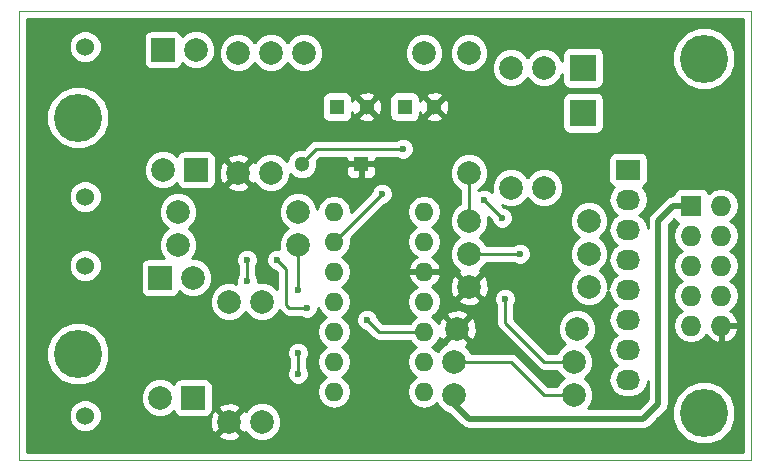
<source format=gbr>
G04 #@! TF.FileFunction,Copper,L2,Bot,Signal*
%FSLAX46Y46*%
G04 Gerber Fmt 4.6, Leading zero omitted, Abs format (unit mm)*
G04 Created by KiCad (PCBNEW 4.0.1-stable) date Sonntag, 31. Januar 2016 13:18:43*
%MOMM*%
G01*
G04 APERTURE LIST*
%ADD10C,0.100000*%
%ADD11C,1.998980*%
%ADD12R,1.998980X1.998980*%
%ADD13C,4.064000*%
%ADD14R,1.300000X1.300000*%
%ADD15C,1.300000*%
%ADD16O,1.600000X1.600000*%
%ADD17R,1.727200X1.727200*%
%ADD18O,1.727200X1.727200*%
%ADD19C,1.524000*%
%ADD20R,2.032000X1.727200*%
%ADD21O,2.032000X1.727200*%
%ADD22R,2.235200X2.235200*%
%ADD23C,0.600000*%
%ADD24C,0.500000*%
%ADD25C,0.250000*%
%ADD26C,0.254000*%
G04 APERTURE END LIST*
D10*
X0Y0D02*
X0Y1000000D01*
X62000000Y0D02*
X0Y0D01*
X62000000Y38000000D02*
X62000000Y0D01*
X0Y38000000D02*
X62000000Y38000000D01*
X0Y1000000D02*
X0Y38000000D01*
D11*
X14999460Y34750000D03*
D12*
X14999460Y24590000D03*
D11*
X12210540Y24590000D03*
D12*
X12210540Y34750000D03*
D11*
X14745460Y15446000D03*
D12*
X14745460Y5286000D03*
D11*
X11956540Y5286000D03*
D12*
X11956540Y15446000D03*
D13*
X5000000Y29000000D03*
X5000000Y9000000D03*
X58000000Y4000000D03*
X58000000Y34000000D03*
D14*
X28972000Y25098000D03*
D15*
X23972000Y25098000D03*
D16*
X26686000Y21034000D03*
X26686000Y18494000D03*
X26686000Y15954000D03*
X26686000Y13414000D03*
X26686000Y10874000D03*
X26686000Y8334000D03*
X26686000Y5794000D03*
X34306000Y5794000D03*
X34306000Y8334000D03*
X34306000Y10874000D03*
X34306000Y13414000D03*
X34306000Y15954000D03*
X34306000Y18494000D03*
X34306000Y21034000D03*
D11*
X41672000Y23066000D03*
X41672000Y33226000D03*
X47006000Y8334000D03*
X36846000Y8334000D03*
X47260000Y11128000D03*
X37100000Y11128000D03*
X36846000Y5540000D03*
X47006000Y5540000D03*
X24146000Y34496000D03*
X34306000Y34496000D03*
X20590000Y3254000D03*
X20590000Y13414000D03*
X44466000Y23066000D03*
X44466000Y33226000D03*
X38116000Y17478000D03*
X48276000Y17478000D03*
X48276000Y14684000D03*
X38116000Y14684000D03*
X38116000Y20272000D03*
X48276000Y20272000D03*
X13478000Y18240000D03*
X23638000Y18240000D03*
X17796000Y13414000D03*
X17796000Y3254000D03*
X38116000Y24336000D03*
X38116000Y34496000D03*
X21352000Y24336000D03*
X21352000Y34496000D03*
X13478000Y21034000D03*
X23638000Y21034000D03*
X18558000Y34496000D03*
X18558000Y24336000D03*
D17*
X56912000Y21542000D03*
D18*
X59452000Y21542000D03*
X56912000Y19002000D03*
X59452000Y19002000D03*
X56912000Y16462000D03*
X59452000Y16462000D03*
X56912000Y13922000D03*
X59452000Y13922000D03*
X56912000Y11382000D03*
X59452000Y11382000D03*
D14*
X26940000Y29924000D03*
D15*
X29440000Y29924000D03*
D14*
X32655000Y29924000D03*
D15*
X35155000Y29924000D03*
D19*
X5604000Y22304000D03*
X5604000Y35004000D03*
X5604000Y3762000D03*
X5604000Y16462000D03*
D20*
X51578000Y24590000D03*
D21*
X51578000Y22050000D03*
X51578000Y19510000D03*
X51578000Y16970000D03*
X51578000Y14430000D03*
X51578000Y11890000D03*
X51578000Y9350000D03*
X51578000Y6810000D03*
D22*
X47768000Y33226000D03*
X47768000Y29416000D03*
D23*
X32528000Y26368000D03*
X30750000Y22558000D03*
X29480000Y11890000D03*
X19320000Y16970000D03*
X19320000Y15192000D03*
X41164000Y13668000D03*
X40910000Y20526000D03*
X39386000Y22050000D03*
X42434000Y17478000D03*
X24400000Y12906000D03*
X21860000Y16970000D03*
X23638000Y14430000D03*
X23638000Y9096000D03*
X23638000Y7318000D03*
D24*
X36846000Y5540000D02*
X36846000Y4778000D01*
X36846000Y4778000D02*
X38116000Y3508000D01*
X55388000Y21542000D02*
X56912000Y21542000D01*
X54118000Y20272000D02*
X55388000Y21542000D01*
X54118000Y4778000D02*
X54118000Y20272000D01*
X52848000Y3508000D02*
X54118000Y4778000D01*
X38116000Y3508000D02*
X52848000Y3508000D01*
D25*
X38116000Y24336000D02*
X38116000Y20272000D01*
X23972000Y25098000D02*
X23972000Y25178000D01*
X23972000Y25178000D02*
X25162000Y26368000D01*
X25162000Y26368000D02*
X32528000Y26368000D01*
X26686000Y18494000D02*
X30750000Y22558000D01*
X29480000Y11890000D02*
X30496000Y10874000D01*
X30496000Y10874000D02*
X34306000Y10874000D01*
X19320000Y15192000D02*
X19320000Y16970000D01*
X44466000Y8334000D02*
X47006000Y8334000D01*
X41164000Y11636000D02*
X44466000Y8334000D01*
X41164000Y13668000D02*
X41164000Y11636000D01*
X39386000Y22050000D02*
X40910000Y20526000D01*
X38116000Y17478000D02*
X42434000Y17478000D01*
X22876000Y12906000D02*
X24400000Y12906000D01*
X22622000Y13160000D02*
X22876000Y12906000D01*
X22622000Y16208000D02*
X22622000Y13160000D01*
X21860000Y16970000D02*
X22622000Y16208000D01*
X23638000Y14430000D02*
X23638000Y18240000D01*
X23638000Y7318000D02*
X23638000Y9096000D01*
X36846000Y8334000D02*
X41672000Y8334000D01*
X44466000Y5540000D02*
X47006000Y5540000D01*
X41672000Y8334000D02*
X44466000Y5540000D01*
D26*
G36*
X61315000Y685000D02*
X685000Y685000D01*
X685000Y2101837D01*
X16823443Y2101837D01*
X16922042Y1835035D01*
X17531582Y1608599D01*
X18181377Y1632659D01*
X18669958Y1835035D01*
X18768557Y2101837D01*
X17796000Y3074395D01*
X16823443Y2101837D01*
X685000Y2101837D01*
X685000Y3485339D01*
X4206758Y3485339D01*
X4418990Y2971697D01*
X4811630Y2578371D01*
X5324900Y2365243D01*
X5880661Y2364758D01*
X6394303Y2576990D01*
X6787629Y2969630D01*
X7000757Y3482900D01*
X7000787Y3518418D01*
X16150599Y3518418D01*
X16174659Y2868623D01*
X16377035Y2380042D01*
X16643837Y2281443D01*
X17616395Y3254000D01*
X17975605Y3254000D01*
X18948163Y2281443D01*
X19186879Y2369663D01*
X19203538Y2329345D01*
X19662927Y1869154D01*
X20263453Y1619794D01*
X20913694Y1619226D01*
X21514655Y1867538D01*
X21974846Y2326927D01*
X22224206Y2927453D01*
X22224774Y3577694D01*
X21976462Y4178655D01*
X21517073Y4638846D01*
X20916547Y4888206D01*
X20266306Y4888774D01*
X19665345Y4640462D01*
X19205154Y4181073D01*
X19187338Y4138168D01*
X18948163Y4226557D01*
X17975605Y3254000D01*
X17616395Y3254000D01*
X16643837Y4226557D01*
X16377035Y4127958D01*
X16150599Y3518418D01*
X7000787Y3518418D01*
X7001242Y4038661D01*
X6789010Y4552303D01*
X6396370Y4945629D01*
X6356208Y4962306D01*
X10321766Y4962306D01*
X10570078Y4361345D01*
X11029467Y3901154D01*
X11629993Y3651794D01*
X12280234Y3651226D01*
X12881195Y3899538D01*
X13125462Y4143379D01*
X13142808Y4051193D01*
X13281880Y3835069D01*
X13494080Y3690079D01*
X13745970Y3639070D01*
X15744950Y3639070D01*
X15980267Y3683348D01*
X16196391Y3822420D01*
X16341381Y4034620D01*
X16392390Y4286510D01*
X16392390Y4406163D01*
X16823443Y4406163D01*
X17796000Y3433605D01*
X18768557Y4406163D01*
X18669958Y4672965D01*
X18060418Y4899401D01*
X17410623Y4875341D01*
X16922042Y4672965D01*
X16823443Y4406163D01*
X16392390Y4406163D01*
X16392390Y6285490D01*
X16348112Y6520807D01*
X16209040Y6736931D01*
X15996840Y6881921D01*
X15744950Y6932930D01*
X13745970Y6932930D01*
X13510653Y6888652D01*
X13294529Y6749580D01*
X13149539Y6537380D01*
X13127161Y6426873D01*
X12883613Y6670846D01*
X12283087Y6920206D01*
X11632846Y6920774D01*
X11031885Y6672462D01*
X10571694Y6213073D01*
X10322334Y5612547D01*
X10321766Y4962306D01*
X6356208Y4962306D01*
X5883100Y5158757D01*
X5327339Y5159242D01*
X4813697Y4947010D01*
X4420371Y4554370D01*
X4207243Y4041100D01*
X4206758Y3485339D01*
X685000Y3485339D01*
X685000Y8471828D01*
X2332538Y8471828D01*
X2737709Y7491239D01*
X3487293Y6740345D01*
X4467173Y6333464D01*
X5528172Y6332538D01*
X6508761Y6737709D01*
X7259655Y7487293D01*
X7666536Y8467173D01*
X7666923Y8910833D01*
X22702838Y8910833D01*
X22844883Y8567057D01*
X22878000Y8533882D01*
X22878000Y7880463D01*
X22845808Y7848327D01*
X22703162Y7504799D01*
X22702838Y7132833D01*
X22844883Y6789057D01*
X23107673Y6525808D01*
X23451201Y6383162D01*
X23823167Y6382838D01*
X24166943Y6524883D01*
X24430192Y6787673D01*
X24572838Y7131201D01*
X24573162Y7503167D01*
X24431117Y7846943D01*
X24398000Y7880118D01*
X24398000Y8533537D01*
X24430192Y8565673D01*
X24572838Y8909201D01*
X24573162Y9281167D01*
X24431117Y9624943D01*
X24168327Y9888192D01*
X23824799Y10030838D01*
X23452833Y10031162D01*
X23109057Y9889117D01*
X22845808Y9626327D01*
X22703162Y9282799D01*
X22702838Y8910833D01*
X7666923Y8910833D01*
X7667462Y9528172D01*
X7262291Y10508761D01*
X6512707Y11259655D01*
X5532827Y11666536D01*
X4471828Y11667462D01*
X3491239Y11262291D01*
X2740345Y10512707D01*
X2333464Y9532827D01*
X2332538Y8471828D01*
X685000Y8471828D01*
X685000Y13090306D01*
X16161226Y13090306D01*
X16409538Y12489345D01*
X16868927Y12029154D01*
X17469453Y11779794D01*
X18119694Y11779226D01*
X18720655Y12027538D01*
X19180846Y12486927D01*
X19192721Y12515525D01*
X19203538Y12489345D01*
X19662927Y12029154D01*
X20263453Y11779794D01*
X20913694Y11779226D01*
X21514655Y12027538D01*
X21974846Y12486927D01*
X22051655Y12671903D01*
X22084599Y12622599D01*
X22338599Y12368599D01*
X22585160Y12203852D01*
X22876000Y12146000D01*
X23837537Y12146000D01*
X23869673Y12113808D01*
X24213201Y11971162D01*
X24585167Y11970838D01*
X24928943Y12112883D01*
X25192192Y12375673D01*
X25334838Y12719201D01*
X25334961Y12860597D01*
X25643189Y12399302D01*
X26025275Y12144000D01*
X25643189Y11888698D01*
X25332120Y11423151D01*
X25222887Y10874000D01*
X25332120Y10324849D01*
X25643189Y9859302D01*
X26025275Y9604000D01*
X25643189Y9348698D01*
X25332120Y8883151D01*
X25222887Y8334000D01*
X25332120Y7784849D01*
X25643189Y7319302D01*
X26025275Y7064000D01*
X25643189Y6808698D01*
X25332120Y6343151D01*
X25222887Y5794000D01*
X25332120Y5244849D01*
X25643189Y4779302D01*
X26108736Y4468233D01*
X26657887Y4359000D01*
X26714113Y4359000D01*
X27263264Y4468233D01*
X27728811Y4779302D01*
X28039880Y5244849D01*
X28149113Y5794000D01*
X28039880Y6343151D01*
X27728811Y6808698D01*
X27346725Y7064000D01*
X27728811Y7319302D01*
X28039880Y7784849D01*
X28149113Y8334000D01*
X28039880Y8883151D01*
X27728811Y9348698D01*
X27346725Y9604000D01*
X27728811Y9859302D01*
X28039880Y10324849D01*
X28149113Y10874000D01*
X28039880Y11423151D01*
X27851666Y11704833D01*
X28544838Y11704833D01*
X28686883Y11361057D01*
X28949673Y11097808D01*
X29293201Y10955162D01*
X29340077Y10955121D01*
X29958599Y10336599D01*
X30205161Y10171852D01*
X30496000Y10114000D01*
X33093005Y10114000D01*
X33263189Y9859302D01*
X33645275Y9604000D01*
X33263189Y9348698D01*
X32952120Y8883151D01*
X32842887Y8334000D01*
X32952120Y7784849D01*
X33263189Y7319302D01*
X33645275Y7064000D01*
X33263189Y6808698D01*
X32952120Y6343151D01*
X32842887Y5794000D01*
X32952120Y5244849D01*
X33263189Y4779302D01*
X33728736Y4468233D01*
X34277887Y4359000D01*
X34334113Y4359000D01*
X34883264Y4468233D01*
X35348811Y4779302D01*
X35375369Y4819049D01*
X35459538Y4615345D01*
X35918927Y4155154D01*
X36429114Y3943306D01*
X37490208Y2882213D01*
X37490210Y2882210D01*
X37777325Y2690367D01*
X38116000Y2622999D01*
X38116005Y2623000D01*
X52847995Y2623000D01*
X52848000Y2622999D01*
X53130484Y2679190D01*
X53186675Y2690367D01*
X53473790Y2882210D01*
X53473791Y2882211D01*
X54063407Y3471828D01*
X55332538Y3471828D01*
X55737709Y2491239D01*
X56487293Y1740345D01*
X57467173Y1333464D01*
X58528172Y1332538D01*
X59508761Y1737709D01*
X60259655Y2487293D01*
X60666536Y3467173D01*
X60667462Y4528172D01*
X60262291Y5508761D01*
X59512707Y6259655D01*
X58532827Y6666536D01*
X57471828Y6667462D01*
X56491239Y6262291D01*
X55740345Y5512707D01*
X55333464Y4532827D01*
X55332538Y3471828D01*
X54063407Y3471828D01*
X54743787Y4152208D01*
X54743790Y4152210D01*
X54935633Y4439325D01*
X54970646Y4615345D01*
X55003001Y4778000D01*
X55003000Y4778005D01*
X55003000Y19905420D01*
X55482600Y20385021D01*
X55584310Y20226959D01*
X55796510Y20081969D01*
X55840131Y20073136D01*
X55822971Y20061670D01*
X55498115Y19575489D01*
X55384041Y19002000D01*
X55498115Y18428511D01*
X55822971Y17942330D01*
X56137752Y17732000D01*
X55822971Y17521670D01*
X55498115Y17035489D01*
X55384041Y16462000D01*
X55498115Y15888511D01*
X55822971Y15402330D01*
X56137752Y15192000D01*
X55822971Y14981670D01*
X55498115Y14495489D01*
X55384041Y13922000D01*
X55498115Y13348511D01*
X55822971Y12862330D01*
X56137752Y12652000D01*
X55822971Y12441670D01*
X55498115Y11955489D01*
X55384041Y11382000D01*
X55498115Y10808511D01*
X55822971Y10322330D01*
X56309152Y9997474D01*
X56882641Y9883400D01*
X56941359Y9883400D01*
X57514848Y9997474D01*
X58001029Y10322330D01*
X58181992Y10593161D01*
X58563510Y10175179D01*
X59092973Y9927032D01*
X59325000Y10047531D01*
X59325000Y11255000D01*
X59579000Y11255000D01*
X59579000Y10047531D01*
X59811027Y9927032D01*
X60340490Y10175179D01*
X60734688Y10607053D01*
X60906958Y11022974D01*
X60785817Y11255000D01*
X59579000Y11255000D01*
X59325000Y11255000D01*
X59305000Y11255000D01*
X59305000Y11509000D01*
X59325000Y11509000D01*
X59325000Y11529000D01*
X59579000Y11529000D01*
X59579000Y11509000D01*
X60785817Y11509000D01*
X60906958Y11741026D01*
X60734688Y12156947D01*
X60340490Y12588821D01*
X60217772Y12646336D01*
X60541029Y12862330D01*
X60865885Y13348511D01*
X60979959Y13922000D01*
X60865885Y14495489D01*
X60541029Y14981670D01*
X60226248Y15192000D01*
X60541029Y15402330D01*
X60865885Y15888511D01*
X60979959Y16462000D01*
X60865885Y17035489D01*
X60541029Y17521670D01*
X60226248Y17732000D01*
X60541029Y17942330D01*
X60865885Y18428511D01*
X60979959Y19002000D01*
X60865885Y19575489D01*
X60541029Y20061670D01*
X60226248Y20272000D01*
X60541029Y20482330D01*
X60865885Y20968511D01*
X60979959Y21542000D01*
X60865885Y22115489D01*
X60541029Y22601670D01*
X60054848Y22926526D01*
X59481359Y23040600D01*
X59422641Y23040600D01*
X58849152Y22926526D01*
X58383558Y22615426D01*
X58378762Y22640917D01*
X58239690Y22857041D01*
X58027490Y23002031D01*
X57775600Y23053040D01*
X56048400Y23053040D01*
X55813083Y23008762D01*
X55596959Y22869690D01*
X55451969Y22657490D01*
X55405294Y22427000D01*
X55388005Y22427000D01*
X55388000Y22427001D01*
X55049999Y22359767D01*
X55049325Y22359633D01*
X54762210Y22167790D01*
X54762208Y22167787D01*
X53492210Y20897790D01*
X53300367Y20610675D01*
X53300367Y20610674D01*
X53232999Y20272000D01*
X53233000Y20271995D01*
X53233000Y19652500D01*
X53147271Y20083489D01*
X52822415Y20569670D01*
X52507634Y20780000D01*
X52822415Y20990330D01*
X53147271Y21476511D01*
X53261345Y22050000D01*
X53147271Y22623489D01*
X52822415Y23109670D01*
X52808087Y23119243D01*
X52829317Y23123238D01*
X53045441Y23262310D01*
X53190431Y23474510D01*
X53241440Y23726400D01*
X53241440Y25453600D01*
X53197162Y25688917D01*
X53058090Y25905041D01*
X52845890Y26050031D01*
X52594000Y26101040D01*
X50562000Y26101040D01*
X50326683Y26056762D01*
X50110559Y25917690D01*
X49965569Y25705490D01*
X49914560Y25453600D01*
X49914560Y23726400D01*
X49958838Y23491083D01*
X50097910Y23274959D01*
X50310110Y23129969D01*
X50351439Y23121600D01*
X50333585Y23109670D01*
X50008729Y22623489D01*
X49894655Y22050000D01*
X50008729Y21476511D01*
X50333585Y20990330D01*
X50648366Y20780000D01*
X50333585Y20569670D01*
X50008729Y20083489D01*
X49894655Y19510000D01*
X50008729Y18936511D01*
X50333585Y18450330D01*
X50648366Y18240000D01*
X50333585Y18029670D01*
X50008729Y17543489D01*
X49894655Y16970000D01*
X50008729Y16396511D01*
X50333585Y15910330D01*
X50648366Y15700000D01*
X50333585Y15489670D01*
X50008729Y15003489D01*
X49910338Y14508845D01*
X49910774Y15007694D01*
X49662462Y15608655D01*
X49203073Y16068846D01*
X49174475Y16080721D01*
X49200655Y16091538D01*
X49660846Y16550927D01*
X49910206Y17151453D01*
X49910774Y17801694D01*
X49662462Y18402655D01*
X49203073Y18862846D01*
X49174475Y18874721D01*
X49200655Y18885538D01*
X49660846Y19344927D01*
X49910206Y19945453D01*
X49910774Y20595694D01*
X49662462Y21196655D01*
X49203073Y21656846D01*
X48602547Y21906206D01*
X47952306Y21906774D01*
X47351345Y21658462D01*
X46891154Y21199073D01*
X46641794Y20598547D01*
X46641226Y19948306D01*
X46889538Y19347345D01*
X47348927Y18887154D01*
X47377525Y18875279D01*
X47351345Y18864462D01*
X46891154Y18405073D01*
X46641794Y17804547D01*
X46641226Y17154306D01*
X46889538Y16553345D01*
X47348927Y16093154D01*
X47377525Y16081279D01*
X47351345Y16070462D01*
X46891154Y15611073D01*
X46641794Y15010547D01*
X46641226Y14360306D01*
X46889538Y13759345D01*
X47348927Y13299154D01*
X47949453Y13049794D01*
X48599694Y13049226D01*
X49200655Y13297538D01*
X49660846Y13756927D01*
X49909448Y14355629D01*
X50008729Y13856511D01*
X50333585Y13370330D01*
X50648366Y13160000D01*
X50333585Y12949670D01*
X50008729Y12463489D01*
X49894655Y11890000D01*
X50008729Y11316511D01*
X50333585Y10830330D01*
X50648366Y10620000D01*
X50333585Y10409670D01*
X50008729Y9923489D01*
X49894655Y9350000D01*
X50008729Y8776511D01*
X50333585Y8290330D01*
X50648366Y8080000D01*
X50333585Y7869670D01*
X50008729Y7383489D01*
X49894655Y6810000D01*
X50008729Y6236511D01*
X50333585Y5750330D01*
X50819766Y5425474D01*
X51393255Y5311400D01*
X51762745Y5311400D01*
X52336234Y5425474D01*
X52822415Y5750330D01*
X53147271Y6236511D01*
X53233000Y6667500D01*
X53233000Y5144579D01*
X52481420Y4393000D01*
X48170535Y4393000D01*
X48390846Y4612927D01*
X48640206Y5213453D01*
X48640774Y5863694D01*
X48392462Y6464655D01*
X47933073Y6924846D01*
X47904475Y6936721D01*
X47930655Y6947538D01*
X48390846Y7406927D01*
X48640206Y8007453D01*
X48640774Y8657694D01*
X48392462Y9258655D01*
X47990503Y9661316D01*
X48184655Y9741538D01*
X48644846Y10200927D01*
X48894206Y10801453D01*
X48894774Y11451694D01*
X48646462Y12052655D01*
X48187073Y12512846D01*
X47586547Y12762206D01*
X46936306Y12762774D01*
X46335345Y12514462D01*
X45875154Y12055073D01*
X45625794Y11454547D01*
X45625226Y10804306D01*
X45873538Y10203345D01*
X46275497Y9800684D01*
X46081345Y9720462D01*
X45621154Y9261073D01*
X45551779Y9094000D01*
X44780802Y9094000D01*
X41924000Y11950802D01*
X41924000Y13105537D01*
X41956192Y13137673D01*
X42098838Y13481201D01*
X42099162Y13853167D01*
X41957117Y14196943D01*
X41694327Y14460192D01*
X41350799Y14602838D01*
X40978833Y14603162D01*
X40635057Y14461117D01*
X40371808Y14198327D01*
X40229162Y13854799D01*
X40228838Y13482833D01*
X40370883Y13139057D01*
X40404000Y13105882D01*
X40404000Y11636000D01*
X40461852Y11345161D01*
X40626599Y11098599D01*
X43928599Y7796599D01*
X44175160Y7631852D01*
X44466000Y7574000D01*
X45551504Y7574000D01*
X45619538Y7409345D01*
X46078927Y6949154D01*
X46107525Y6937279D01*
X46081345Y6926462D01*
X45621154Y6467073D01*
X45551779Y6300000D01*
X44780802Y6300000D01*
X42209401Y8871401D01*
X41962839Y9036148D01*
X41672000Y9094000D01*
X38300496Y9094000D01*
X38232462Y9258655D01*
X37838767Y9653037D01*
X37973958Y9709035D01*
X38072557Y9975837D01*
X37100000Y10948395D01*
X36127443Y9975837D01*
X36182015Y9828169D01*
X35921345Y9720462D01*
X35461154Y9261073D01*
X35440537Y9211421D01*
X35348811Y9348698D01*
X34966725Y9604000D01*
X35348811Y9859302D01*
X35654834Y10317297D01*
X35681035Y10254042D01*
X35947837Y10155443D01*
X36920395Y11128000D01*
X37279605Y11128000D01*
X38252163Y10155443D01*
X38518965Y10254042D01*
X38745401Y10863582D01*
X38721341Y11513377D01*
X38518965Y12001958D01*
X38252163Y12100557D01*
X37279605Y11128000D01*
X36920395Y11128000D01*
X35947837Y12100557D01*
X35681035Y12001958D01*
X35535286Y11609619D01*
X35348811Y11888698D01*
X34966725Y12144000D01*
X35170507Y12280163D01*
X36127443Y12280163D01*
X37100000Y11307605D01*
X38072557Y12280163D01*
X37973958Y12546965D01*
X37364418Y12773401D01*
X36714623Y12749341D01*
X36226042Y12546965D01*
X36127443Y12280163D01*
X35170507Y12280163D01*
X35348811Y12399302D01*
X35659880Y12864849D01*
X35769113Y13414000D01*
X35745674Y13531837D01*
X37143443Y13531837D01*
X37242042Y13265035D01*
X37851582Y13038599D01*
X38501377Y13062659D01*
X38989958Y13265035D01*
X39088557Y13531837D01*
X38116000Y14504395D01*
X37143443Y13531837D01*
X35745674Y13531837D01*
X35659880Y13963151D01*
X35348811Y14428698D01*
X34944297Y14698986D01*
X35161134Y14801611D01*
X35294122Y14948418D01*
X36470599Y14948418D01*
X36494659Y14298623D01*
X36697035Y13810042D01*
X36963837Y13711443D01*
X37936395Y14684000D01*
X38295605Y14684000D01*
X39268163Y13711443D01*
X39534965Y13810042D01*
X39761401Y14419582D01*
X39737341Y15069377D01*
X39534965Y15557958D01*
X39268163Y15656557D01*
X38295605Y14684000D01*
X37936395Y14684000D01*
X36963837Y15656557D01*
X36697035Y15557958D01*
X36470599Y14948418D01*
X35294122Y14948418D01*
X35537041Y15216577D01*
X35697904Y15604961D01*
X35575915Y15827000D01*
X34433000Y15827000D01*
X34433000Y15807000D01*
X34179000Y15807000D01*
X34179000Y15827000D01*
X33036085Y15827000D01*
X32914096Y15604961D01*
X33074959Y15216577D01*
X33450866Y14801611D01*
X33667703Y14698986D01*
X33263189Y14428698D01*
X32952120Y13963151D01*
X32842887Y13414000D01*
X32952120Y12864849D01*
X33263189Y12399302D01*
X33645275Y12144000D01*
X33263189Y11888698D01*
X33093005Y11634000D01*
X30810802Y11634000D01*
X30415122Y12029680D01*
X30415162Y12075167D01*
X30273117Y12418943D01*
X30010327Y12682192D01*
X29666799Y12824838D01*
X29294833Y12825162D01*
X28951057Y12683117D01*
X28687808Y12420327D01*
X28545162Y12076799D01*
X28544838Y11704833D01*
X27851666Y11704833D01*
X27728811Y11888698D01*
X27346725Y12144000D01*
X27728811Y12399302D01*
X28039880Y12864849D01*
X28149113Y13414000D01*
X28039880Y13963151D01*
X27728811Y14428698D01*
X27346725Y14684000D01*
X27728811Y14939302D01*
X28039880Y15404849D01*
X28149113Y15954000D01*
X28039880Y16503151D01*
X27728811Y16968698D01*
X27346725Y17224000D01*
X27728811Y17479302D01*
X28039880Y17944849D01*
X28149113Y18494000D01*
X28084688Y18817886D01*
X30300802Y21034000D01*
X32842887Y21034000D01*
X32952120Y20484849D01*
X33263189Y20019302D01*
X33645275Y19764000D01*
X33263189Y19508698D01*
X32952120Y19043151D01*
X32842887Y18494000D01*
X32952120Y17944849D01*
X33263189Y17479302D01*
X33667703Y17209014D01*
X33450866Y17106389D01*
X33074959Y16691423D01*
X32914096Y16303039D01*
X33036085Y16081000D01*
X34179000Y16081000D01*
X34179000Y16101000D01*
X34433000Y16101000D01*
X34433000Y16081000D01*
X35575915Y16081000D01*
X35697904Y16303039D01*
X35537041Y16691423D01*
X35161134Y17106389D01*
X34944297Y17209014D01*
X35348811Y17479302D01*
X35659880Y17944849D01*
X35769113Y18494000D01*
X35659880Y19043151D01*
X35348811Y19508698D01*
X34966725Y19764000D01*
X35348811Y20019302D01*
X35659880Y20484849D01*
X35769113Y21034000D01*
X35659880Y21583151D01*
X35348811Y22048698D01*
X34883264Y22359767D01*
X34334113Y22469000D01*
X34277887Y22469000D01*
X33728736Y22359767D01*
X33263189Y22048698D01*
X32952120Y21583151D01*
X32842887Y21034000D01*
X30300802Y21034000D01*
X30889680Y21622878D01*
X30935167Y21622838D01*
X31278943Y21764883D01*
X31542192Y22027673D01*
X31684838Y22371201D01*
X31685162Y22743167D01*
X31543117Y23086943D01*
X31280327Y23350192D01*
X30936799Y23492838D01*
X30564833Y23493162D01*
X30221057Y23351117D01*
X29957808Y23088327D01*
X29815162Y22744799D01*
X29815121Y22697923D01*
X28148595Y21031397D01*
X28149113Y21034000D01*
X28039880Y21583151D01*
X27728811Y22048698D01*
X27263264Y22359767D01*
X26714113Y22469000D01*
X26657887Y22469000D01*
X26108736Y22359767D01*
X25643189Y22048698D01*
X25332120Y21583151D01*
X25272710Y21284477D01*
X25272774Y21357694D01*
X25024462Y21958655D01*
X24565073Y22418846D01*
X23964547Y22668206D01*
X23314306Y22668774D01*
X22713345Y22420462D01*
X22253154Y21961073D01*
X22003794Y21360547D01*
X22003226Y20710306D01*
X22251538Y20109345D01*
X22710927Y19649154D01*
X22739525Y19637279D01*
X22713345Y19626462D01*
X22253154Y19167073D01*
X22003794Y18566547D01*
X22003226Y17916306D01*
X22007950Y17904872D01*
X21674833Y17905162D01*
X21331057Y17763117D01*
X21067808Y17500327D01*
X20925162Y17156799D01*
X20924838Y16784833D01*
X21066883Y16441057D01*
X21329673Y16177808D01*
X21673201Y16035162D01*
X21720077Y16035121D01*
X21862000Y15893198D01*
X21862000Y14453317D01*
X21517073Y14798846D01*
X20916547Y15048206D01*
X20266306Y15048774D01*
X20254872Y15044050D01*
X20255162Y15377167D01*
X20113117Y15720943D01*
X20080000Y15754118D01*
X20080000Y16407537D01*
X20112192Y16439673D01*
X20254838Y16783201D01*
X20255162Y17155167D01*
X20113117Y17498943D01*
X19850327Y17762192D01*
X19506799Y17904838D01*
X19134833Y17905162D01*
X18791057Y17763117D01*
X18527808Y17500327D01*
X18385162Y17156799D01*
X18384838Y16784833D01*
X18526883Y16441057D01*
X18560000Y16407882D01*
X18560000Y15754463D01*
X18527808Y15722327D01*
X18385162Y15378799D01*
X18384838Y15006833D01*
X18418524Y14925306D01*
X18122547Y15048206D01*
X17472306Y15048774D01*
X16871345Y14800462D01*
X16411154Y14341073D01*
X16161794Y13740547D01*
X16161226Y13090306D01*
X685000Y13090306D01*
X685000Y16185339D01*
X4206758Y16185339D01*
X4418990Y15671697D01*
X4811630Y15278371D01*
X5324900Y15065243D01*
X5880661Y15064758D01*
X6394303Y15276990D01*
X6787629Y15669630D01*
X7000757Y16182900D01*
X7000986Y16445490D01*
X10309610Y16445490D01*
X10309610Y14446510D01*
X10353888Y14211193D01*
X10492960Y13995069D01*
X10705160Y13850079D01*
X10957050Y13799070D01*
X12956030Y13799070D01*
X13191347Y13843348D01*
X13407471Y13982420D01*
X13552461Y14194620D01*
X13574839Y14305127D01*
X13818387Y14061154D01*
X14418913Y13811794D01*
X15069154Y13811226D01*
X15670115Y14059538D01*
X16130306Y14518927D01*
X16379666Y15119453D01*
X16380234Y15769694D01*
X16131922Y16370655D01*
X15672533Y16830846D01*
X15072007Y17080206D01*
X14630105Y17080592D01*
X14862846Y17312927D01*
X15112206Y17913453D01*
X15112774Y18563694D01*
X14864462Y19164655D01*
X14405073Y19624846D01*
X14376475Y19636721D01*
X14402655Y19647538D01*
X14862846Y20106927D01*
X15112206Y20707453D01*
X15112774Y21357694D01*
X14864462Y21958655D01*
X14405073Y22418846D01*
X13804547Y22668206D01*
X13154306Y22668774D01*
X12553345Y22420462D01*
X12093154Y21961073D01*
X11843794Y21360547D01*
X11843226Y20710306D01*
X12091538Y20109345D01*
X12550927Y19649154D01*
X12579525Y19637279D01*
X12553345Y19626462D01*
X12093154Y19167073D01*
X11843794Y18566547D01*
X11843226Y17916306D01*
X12091538Y17315345D01*
X12313565Y17092930D01*
X10957050Y17092930D01*
X10721733Y17048652D01*
X10505609Y16909580D01*
X10360619Y16697380D01*
X10309610Y16445490D01*
X7000986Y16445490D01*
X7001242Y16738661D01*
X6789010Y17252303D01*
X6396370Y17645629D01*
X5883100Y17858757D01*
X5327339Y17859242D01*
X4813697Y17647010D01*
X4420371Y17254370D01*
X4207243Y16741100D01*
X4206758Y16185339D01*
X685000Y16185339D01*
X685000Y22027339D01*
X4206758Y22027339D01*
X4418990Y21513697D01*
X4811630Y21120371D01*
X5324900Y20907243D01*
X5880661Y20906758D01*
X6394303Y21118990D01*
X6787629Y21511630D01*
X7000757Y22024900D01*
X7001242Y22580661D01*
X6789010Y23094303D01*
X6396370Y23487629D01*
X5883100Y23700757D01*
X5327339Y23701242D01*
X4813697Y23489010D01*
X4420371Y23096370D01*
X4207243Y22583100D01*
X4206758Y22027339D01*
X685000Y22027339D01*
X685000Y24266306D01*
X10575766Y24266306D01*
X10824078Y23665345D01*
X11283467Y23205154D01*
X11883993Y22955794D01*
X12534234Y22955226D01*
X13135195Y23203538D01*
X13379462Y23447379D01*
X13396808Y23355193D01*
X13535880Y23139069D01*
X13748080Y22994079D01*
X13999970Y22943070D01*
X15998950Y22943070D01*
X16234267Y22987348D01*
X16450391Y23126420D01*
X16489622Y23183837D01*
X17585443Y23183837D01*
X17684042Y22917035D01*
X18293582Y22690599D01*
X18943377Y22714659D01*
X19431958Y22917035D01*
X19530557Y23183837D01*
X18558000Y24156395D01*
X17585443Y23183837D01*
X16489622Y23183837D01*
X16595381Y23338620D01*
X16646390Y23590510D01*
X16646390Y24600418D01*
X16912599Y24600418D01*
X16936659Y23950623D01*
X17139035Y23462042D01*
X17405837Y23363443D01*
X18378395Y24336000D01*
X18737605Y24336000D01*
X19710163Y23363443D01*
X19948879Y23451663D01*
X19965538Y23411345D01*
X20424927Y22951154D01*
X21025453Y22701794D01*
X21675694Y22701226D01*
X22276655Y22949538D01*
X22736846Y23408927D01*
X22986206Y24009453D01*
X22986430Y24266439D01*
X23243155Y24009265D01*
X23715276Y23813223D01*
X24226481Y23812777D01*
X24698943Y24007995D01*
X25060735Y24369155D01*
X25244724Y24812250D01*
X27687000Y24812250D01*
X27687000Y24321690D01*
X27783673Y24088301D01*
X27962302Y23909673D01*
X28195691Y23813000D01*
X28686250Y23813000D01*
X28845000Y23971750D01*
X28845000Y24971000D01*
X29099000Y24971000D01*
X29099000Y23971750D01*
X29257750Y23813000D01*
X29748309Y23813000D01*
X29981698Y23909673D01*
X30084331Y24012306D01*
X36481226Y24012306D01*
X36729538Y23411345D01*
X37188927Y22951154D01*
X37356000Y22881779D01*
X37356000Y21726496D01*
X37191345Y21658462D01*
X36731154Y21199073D01*
X36481794Y20598547D01*
X36481226Y19948306D01*
X36729538Y19347345D01*
X37188927Y18887154D01*
X37217525Y18875279D01*
X37191345Y18864462D01*
X36731154Y18405073D01*
X36481794Y17804547D01*
X36481226Y17154306D01*
X36729538Y16553345D01*
X37188927Y16093154D01*
X37231832Y16075338D01*
X37143443Y15836163D01*
X38116000Y14863605D01*
X39088557Y15836163D01*
X39000337Y16074879D01*
X39040655Y16091538D01*
X39500846Y16550927D01*
X39570221Y16718000D01*
X41871537Y16718000D01*
X41903673Y16685808D01*
X42247201Y16543162D01*
X42619167Y16542838D01*
X42962943Y16684883D01*
X43226192Y16947673D01*
X43368838Y17291201D01*
X43369162Y17663167D01*
X43227117Y18006943D01*
X42964327Y18270192D01*
X42620799Y18412838D01*
X42248833Y18413162D01*
X41905057Y18271117D01*
X41871882Y18238000D01*
X39570496Y18238000D01*
X39502462Y18402655D01*
X39043073Y18862846D01*
X39014475Y18874721D01*
X39040655Y18885538D01*
X39500846Y19344927D01*
X39750206Y19945453D01*
X39750774Y20595694D01*
X39740402Y20620796D01*
X39974878Y20386320D01*
X39974838Y20340833D01*
X40116883Y19997057D01*
X40379673Y19733808D01*
X40723201Y19591162D01*
X41095167Y19590838D01*
X41438943Y19732883D01*
X41702192Y19995673D01*
X41844838Y20339201D01*
X41845162Y20711167D01*
X41703117Y21054943D01*
X41440327Y21318192D01*
X41096799Y21460838D01*
X41049923Y21460879D01*
X40889808Y21620994D01*
X41345453Y21431794D01*
X41995694Y21431226D01*
X42596655Y21679538D01*
X43056846Y22138927D01*
X43068721Y22167525D01*
X43079538Y22141345D01*
X43538927Y21681154D01*
X44139453Y21431794D01*
X44789694Y21431226D01*
X45390655Y21679538D01*
X45850846Y22138927D01*
X46100206Y22739453D01*
X46100774Y23389694D01*
X45852462Y23990655D01*
X45393073Y24450846D01*
X44792547Y24700206D01*
X44142306Y24700774D01*
X43541345Y24452462D01*
X43081154Y23993073D01*
X43069279Y23964475D01*
X43058462Y23990655D01*
X42599073Y24450846D01*
X41998547Y24700206D01*
X41348306Y24700774D01*
X40747345Y24452462D01*
X40287154Y23993073D01*
X40037794Y23392547D01*
X40037226Y22742306D01*
X40052189Y22706093D01*
X39916327Y22842192D01*
X39572799Y22984838D01*
X39200833Y22985162D01*
X38876000Y22850944D01*
X38876000Y22881504D01*
X39040655Y22949538D01*
X39500846Y23408927D01*
X39750206Y24009453D01*
X39750774Y24659694D01*
X39502462Y25260655D01*
X39043073Y25720846D01*
X38442547Y25970206D01*
X37792306Y25970774D01*
X37191345Y25722462D01*
X36731154Y25263073D01*
X36481794Y24662547D01*
X36481226Y24012306D01*
X30084331Y24012306D01*
X30160327Y24088301D01*
X30257000Y24321690D01*
X30257000Y24812250D01*
X30098250Y24971000D01*
X29099000Y24971000D01*
X28845000Y24971000D01*
X27845750Y24971000D01*
X27687000Y24812250D01*
X25244724Y24812250D01*
X25256777Y24841276D01*
X25257223Y25352481D01*
X25246715Y25377913D01*
X25476802Y25608000D01*
X27687000Y25608000D01*
X27687000Y25383750D01*
X27845750Y25225000D01*
X28845000Y25225000D01*
X28845000Y25245000D01*
X29099000Y25245000D01*
X29099000Y25225000D01*
X30098250Y25225000D01*
X30257000Y25383750D01*
X30257000Y25608000D01*
X31965537Y25608000D01*
X31997673Y25575808D01*
X32341201Y25433162D01*
X32713167Y25432838D01*
X33056943Y25574883D01*
X33320192Y25837673D01*
X33462838Y26181201D01*
X33463162Y26553167D01*
X33321117Y26896943D01*
X33058327Y27160192D01*
X32714799Y27302838D01*
X32342833Y27303162D01*
X31999057Y27161117D01*
X31965882Y27128000D01*
X25162000Y27128000D01*
X24871161Y27070148D01*
X24624599Y26905401D01*
X24102085Y26382887D01*
X23717519Y26383223D01*
X23245057Y26188005D01*
X22883265Y25826845D01*
X22687223Y25354724D01*
X22687186Y25312021D01*
X22279073Y25720846D01*
X21678547Y25970206D01*
X21028306Y25970774D01*
X20427345Y25722462D01*
X19967154Y25263073D01*
X19949338Y25220168D01*
X19710163Y25308557D01*
X18737605Y24336000D01*
X18378395Y24336000D01*
X17405837Y25308557D01*
X17139035Y25209958D01*
X16912599Y24600418D01*
X16646390Y24600418D01*
X16646390Y25488163D01*
X17585443Y25488163D01*
X18558000Y24515605D01*
X19530557Y25488163D01*
X19431958Y25754965D01*
X18822418Y25981401D01*
X18172623Y25957341D01*
X17684042Y25754965D01*
X17585443Y25488163D01*
X16646390Y25488163D01*
X16646390Y25589490D01*
X16602112Y25824807D01*
X16463040Y26040931D01*
X16250840Y26185921D01*
X15998950Y26236930D01*
X13999970Y26236930D01*
X13764653Y26192652D01*
X13548529Y26053580D01*
X13403539Y25841380D01*
X13381161Y25730873D01*
X13137613Y25974846D01*
X12537087Y26224206D01*
X11886846Y26224774D01*
X11285885Y25976462D01*
X10825694Y25517073D01*
X10576334Y24916547D01*
X10575766Y24266306D01*
X685000Y24266306D01*
X685000Y28471828D01*
X2332538Y28471828D01*
X2737709Y27491239D01*
X3487293Y26740345D01*
X4467173Y26333464D01*
X5528172Y26332538D01*
X6508761Y26737709D01*
X7259655Y27487293D01*
X7666536Y28467173D01*
X7667462Y29528172D01*
X7262291Y30508761D01*
X7197166Y30574000D01*
X25642560Y30574000D01*
X25642560Y29274000D01*
X25686838Y29038683D01*
X25825910Y28822559D01*
X26038110Y28677569D01*
X26290000Y28626560D01*
X27590000Y28626560D01*
X27825317Y28670838D01*
X28041441Y28809910D01*
X28186431Y29022110D01*
X28187012Y29024984D01*
X28720590Y29024984D01*
X28776271Y28794389D01*
X29259078Y28626378D01*
X29769428Y28655917D01*
X30103729Y28794389D01*
X30159410Y29024984D01*
X29440000Y29744395D01*
X28720590Y29024984D01*
X28187012Y29024984D01*
X28237440Y29274000D01*
X28237440Y29436385D01*
X28310389Y29260271D01*
X28540984Y29204590D01*
X29260395Y29924000D01*
X29619605Y29924000D01*
X30339016Y29204590D01*
X30569611Y29260271D01*
X30737622Y29743078D01*
X30708083Y30253428D01*
X30575298Y30574000D01*
X31357560Y30574000D01*
X31357560Y29274000D01*
X31401838Y29038683D01*
X31540910Y28822559D01*
X31753110Y28677569D01*
X32005000Y28626560D01*
X33305000Y28626560D01*
X33540317Y28670838D01*
X33756441Y28809910D01*
X33901431Y29022110D01*
X33902012Y29024984D01*
X34435590Y29024984D01*
X34491271Y28794389D01*
X34974078Y28626378D01*
X35484428Y28655917D01*
X35818729Y28794389D01*
X35874410Y29024984D01*
X35155000Y29744395D01*
X34435590Y29024984D01*
X33902012Y29024984D01*
X33952440Y29274000D01*
X33952440Y29436385D01*
X34025389Y29260271D01*
X34255984Y29204590D01*
X34975395Y29924000D01*
X35334605Y29924000D01*
X36054016Y29204590D01*
X36284611Y29260271D01*
X36452622Y29743078D01*
X36423083Y30253428D01*
X36307032Y30533600D01*
X46002960Y30533600D01*
X46002960Y28298400D01*
X46047238Y28063083D01*
X46186310Y27846959D01*
X46398510Y27701969D01*
X46650400Y27650960D01*
X48885600Y27650960D01*
X49120917Y27695238D01*
X49337041Y27834310D01*
X49482031Y28046510D01*
X49533040Y28298400D01*
X49533040Y30533600D01*
X49488762Y30768917D01*
X49349690Y30985041D01*
X49137490Y31130031D01*
X48885600Y31181040D01*
X46650400Y31181040D01*
X46415083Y31136762D01*
X46198959Y30997690D01*
X46053969Y30785490D01*
X46002960Y30533600D01*
X36307032Y30533600D01*
X36284611Y30587729D01*
X36054016Y30643410D01*
X35334605Y29924000D01*
X34975395Y29924000D01*
X34255984Y30643410D01*
X34025389Y30587729D01*
X33952440Y30378098D01*
X33952440Y30574000D01*
X33908162Y30809317D01*
X33899347Y30823016D01*
X34435590Y30823016D01*
X35155000Y30103605D01*
X35874410Y30823016D01*
X35818729Y31053611D01*
X35335922Y31221622D01*
X34825572Y31192083D01*
X34491271Y31053611D01*
X34435590Y30823016D01*
X33899347Y30823016D01*
X33769090Y31025441D01*
X33556890Y31170431D01*
X33305000Y31221440D01*
X32005000Y31221440D01*
X31769683Y31177162D01*
X31553559Y31038090D01*
X31408569Y30825890D01*
X31357560Y30574000D01*
X30575298Y30574000D01*
X30569611Y30587729D01*
X30339016Y30643410D01*
X29619605Y29924000D01*
X29260395Y29924000D01*
X28540984Y30643410D01*
X28310389Y30587729D01*
X28237440Y30378098D01*
X28237440Y30574000D01*
X28193162Y30809317D01*
X28184347Y30823016D01*
X28720590Y30823016D01*
X29440000Y30103605D01*
X30159410Y30823016D01*
X30103729Y31053611D01*
X29620922Y31221622D01*
X29110572Y31192083D01*
X28776271Y31053611D01*
X28720590Y30823016D01*
X28184347Y30823016D01*
X28054090Y31025441D01*
X27841890Y31170431D01*
X27590000Y31221440D01*
X26290000Y31221440D01*
X26054683Y31177162D01*
X25838559Y31038090D01*
X25693569Y30825890D01*
X25642560Y30574000D01*
X7197166Y30574000D01*
X6512707Y31259655D01*
X5532827Y31666536D01*
X4471828Y31667462D01*
X3491239Y31262291D01*
X2740345Y30512707D01*
X2333464Y29532827D01*
X2332538Y28471828D01*
X685000Y28471828D01*
X685000Y34727339D01*
X4206758Y34727339D01*
X4418990Y34213697D01*
X4811630Y33820371D01*
X5324900Y33607243D01*
X5880661Y33606758D01*
X6394303Y33818990D01*
X6787629Y34211630D01*
X7000757Y34724900D01*
X7001242Y35280661D01*
X6807527Y35749490D01*
X10563610Y35749490D01*
X10563610Y33750510D01*
X10607888Y33515193D01*
X10746960Y33299069D01*
X10959160Y33154079D01*
X11211050Y33103070D01*
X13210030Y33103070D01*
X13445347Y33147348D01*
X13661471Y33286420D01*
X13806461Y33498620D01*
X13828839Y33609127D01*
X14072387Y33365154D01*
X14672913Y33115794D01*
X15323154Y33115226D01*
X15924115Y33363538D01*
X16384306Y33822927D01*
X16529380Y34172306D01*
X16923226Y34172306D01*
X17171538Y33571345D01*
X17630927Y33111154D01*
X18231453Y32861794D01*
X18881694Y32861226D01*
X19482655Y33109538D01*
X19942846Y33568927D01*
X19954721Y33597525D01*
X19965538Y33571345D01*
X20424927Y33111154D01*
X21025453Y32861794D01*
X21675694Y32861226D01*
X22276655Y33109538D01*
X22736846Y33568927D01*
X22748721Y33597525D01*
X22759538Y33571345D01*
X23218927Y33111154D01*
X23819453Y32861794D01*
X24469694Y32861226D01*
X25070655Y33109538D01*
X25530846Y33568927D01*
X25780206Y34169453D01*
X25780208Y34172306D01*
X32671226Y34172306D01*
X32919538Y33571345D01*
X33378927Y33111154D01*
X33979453Y32861794D01*
X34629694Y32861226D01*
X35230655Y33109538D01*
X35690846Y33568927D01*
X35940206Y34169453D01*
X35940208Y34172306D01*
X36481226Y34172306D01*
X36729538Y33571345D01*
X37188927Y33111154D01*
X37789453Y32861794D01*
X38439694Y32861226D01*
X38539115Y32902306D01*
X40037226Y32902306D01*
X40285538Y32301345D01*
X40744927Y31841154D01*
X41345453Y31591794D01*
X41995694Y31591226D01*
X42596655Y31839538D01*
X43056846Y32298927D01*
X43068721Y32327525D01*
X43079538Y32301345D01*
X43538927Y31841154D01*
X44139453Y31591794D01*
X44789694Y31591226D01*
X45390655Y31839538D01*
X45850846Y32298927D01*
X46002960Y32665258D01*
X46002960Y32108400D01*
X46047238Y31873083D01*
X46186310Y31656959D01*
X46398510Y31511969D01*
X46650400Y31460960D01*
X48885600Y31460960D01*
X49120917Y31505238D01*
X49337041Y31644310D01*
X49482031Y31856510D01*
X49533040Y32108400D01*
X49533040Y33471828D01*
X55332538Y33471828D01*
X55737709Y32491239D01*
X56487293Y31740345D01*
X57467173Y31333464D01*
X58528172Y31332538D01*
X59508761Y31737709D01*
X60259655Y32487293D01*
X60666536Y33467173D01*
X60667462Y34528172D01*
X60262291Y35508761D01*
X59512707Y36259655D01*
X58532827Y36666536D01*
X57471828Y36667462D01*
X56491239Y36262291D01*
X55740345Y35512707D01*
X55333464Y34532827D01*
X55332538Y33471828D01*
X49533040Y33471828D01*
X49533040Y34343600D01*
X49488762Y34578917D01*
X49349690Y34795041D01*
X49137490Y34940031D01*
X48885600Y34991040D01*
X46650400Y34991040D01*
X46415083Y34946762D01*
X46198959Y34807690D01*
X46053969Y34595490D01*
X46002960Y34343600D01*
X46002960Y33786422D01*
X45852462Y34150655D01*
X45393073Y34610846D01*
X44792547Y34860206D01*
X44142306Y34860774D01*
X43541345Y34612462D01*
X43081154Y34153073D01*
X43069279Y34124475D01*
X43058462Y34150655D01*
X42599073Y34610846D01*
X41998547Y34860206D01*
X41348306Y34860774D01*
X40747345Y34612462D01*
X40287154Y34153073D01*
X40037794Y33552547D01*
X40037226Y32902306D01*
X38539115Y32902306D01*
X39040655Y33109538D01*
X39500846Y33568927D01*
X39750206Y34169453D01*
X39750774Y34819694D01*
X39502462Y35420655D01*
X39043073Y35880846D01*
X38442547Y36130206D01*
X37792306Y36130774D01*
X37191345Y35882462D01*
X36731154Y35423073D01*
X36481794Y34822547D01*
X36481226Y34172306D01*
X35940208Y34172306D01*
X35940774Y34819694D01*
X35692462Y35420655D01*
X35233073Y35880846D01*
X34632547Y36130206D01*
X33982306Y36130774D01*
X33381345Y35882462D01*
X32921154Y35423073D01*
X32671794Y34822547D01*
X32671226Y34172306D01*
X25780208Y34172306D01*
X25780774Y34819694D01*
X25532462Y35420655D01*
X25073073Y35880846D01*
X24472547Y36130206D01*
X23822306Y36130774D01*
X23221345Y35882462D01*
X22761154Y35423073D01*
X22749279Y35394475D01*
X22738462Y35420655D01*
X22279073Y35880846D01*
X21678547Y36130206D01*
X21028306Y36130774D01*
X20427345Y35882462D01*
X19967154Y35423073D01*
X19955279Y35394475D01*
X19944462Y35420655D01*
X19485073Y35880846D01*
X18884547Y36130206D01*
X18234306Y36130774D01*
X17633345Y35882462D01*
X17173154Y35423073D01*
X16923794Y34822547D01*
X16923226Y34172306D01*
X16529380Y34172306D01*
X16633666Y34423453D01*
X16634234Y35073694D01*
X16385922Y35674655D01*
X15926533Y36134846D01*
X15326007Y36384206D01*
X14675766Y36384774D01*
X14074805Y36136462D01*
X13830538Y35892621D01*
X13813192Y35984807D01*
X13674120Y36200931D01*
X13461920Y36345921D01*
X13210030Y36396930D01*
X11211050Y36396930D01*
X10975733Y36352652D01*
X10759609Y36213580D01*
X10614619Y36001380D01*
X10563610Y35749490D01*
X6807527Y35749490D01*
X6789010Y35794303D01*
X6396370Y36187629D01*
X5883100Y36400757D01*
X5327339Y36401242D01*
X4813697Y36189010D01*
X4420371Y35796370D01*
X4207243Y35283100D01*
X4206758Y34727339D01*
X685000Y34727339D01*
X685000Y37315000D01*
X61315000Y37315000D01*
X61315000Y685000D01*
X61315000Y685000D01*
G37*
X61315000Y685000D02*
X685000Y685000D01*
X685000Y2101837D01*
X16823443Y2101837D01*
X16922042Y1835035D01*
X17531582Y1608599D01*
X18181377Y1632659D01*
X18669958Y1835035D01*
X18768557Y2101837D01*
X17796000Y3074395D01*
X16823443Y2101837D01*
X685000Y2101837D01*
X685000Y3485339D01*
X4206758Y3485339D01*
X4418990Y2971697D01*
X4811630Y2578371D01*
X5324900Y2365243D01*
X5880661Y2364758D01*
X6394303Y2576990D01*
X6787629Y2969630D01*
X7000757Y3482900D01*
X7000787Y3518418D01*
X16150599Y3518418D01*
X16174659Y2868623D01*
X16377035Y2380042D01*
X16643837Y2281443D01*
X17616395Y3254000D01*
X17975605Y3254000D01*
X18948163Y2281443D01*
X19186879Y2369663D01*
X19203538Y2329345D01*
X19662927Y1869154D01*
X20263453Y1619794D01*
X20913694Y1619226D01*
X21514655Y1867538D01*
X21974846Y2326927D01*
X22224206Y2927453D01*
X22224774Y3577694D01*
X21976462Y4178655D01*
X21517073Y4638846D01*
X20916547Y4888206D01*
X20266306Y4888774D01*
X19665345Y4640462D01*
X19205154Y4181073D01*
X19187338Y4138168D01*
X18948163Y4226557D01*
X17975605Y3254000D01*
X17616395Y3254000D01*
X16643837Y4226557D01*
X16377035Y4127958D01*
X16150599Y3518418D01*
X7000787Y3518418D01*
X7001242Y4038661D01*
X6789010Y4552303D01*
X6396370Y4945629D01*
X6356208Y4962306D01*
X10321766Y4962306D01*
X10570078Y4361345D01*
X11029467Y3901154D01*
X11629993Y3651794D01*
X12280234Y3651226D01*
X12881195Y3899538D01*
X13125462Y4143379D01*
X13142808Y4051193D01*
X13281880Y3835069D01*
X13494080Y3690079D01*
X13745970Y3639070D01*
X15744950Y3639070D01*
X15980267Y3683348D01*
X16196391Y3822420D01*
X16341381Y4034620D01*
X16392390Y4286510D01*
X16392390Y4406163D01*
X16823443Y4406163D01*
X17796000Y3433605D01*
X18768557Y4406163D01*
X18669958Y4672965D01*
X18060418Y4899401D01*
X17410623Y4875341D01*
X16922042Y4672965D01*
X16823443Y4406163D01*
X16392390Y4406163D01*
X16392390Y6285490D01*
X16348112Y6520807D01*
X16209040Y6736931D01*
X15996840Y6881921D01*
X15744950Y6932930D01*
X13745970Y6932930D01*
X13510653Y6888652D01*
X13294529Y6749580D01*
X13149539Y6537380D01*
X13127161Y6426873D01*
X12883613Y6670846D01*
X12283087Y6920206D01*
X11632846Y6920774D01*
X11031885Y6672462D01*
X10571694Y6213073D01*
X10322334Y5612547D01*
X10321766Y4962306D01*
X6356208Y4962306D01*
X5883100Y5158757D01*
X5327339Y5159242D01*
X4813697Y4947010D01*
X4420371Y4554370D01*
X4207243Y4041100D01*
X4206758Y3485339D01*
X685000Y3485339D01*
X685000Y8471828D01*
X2332538Y8471828D01*
X2737709Y7491239D01*
X3487293Y6740345D01*
X4467173Y6333464D01*
X5528172Y6332538D01*
X6508761Y6737709D01*
X7259655Y7487293D01*
X7666536Y8467173D01*
X7666923Y8910833D01*
X22702838Y8910833D01*
X22844883Y8567057D01*
X22878000Y8533882D01*
X22878000Y7880463D01*
X22845808Y7848327D01*
X22703162Y7504799D01*
X22702838Y7132833D01*
X22844883Y6789057D01*
X23107673Y6525808D01*
X23451201Y6383162D01*
X23823167Y6382838D01*
X24166943Y6524883D01*
X24430192Y6787673D01*
X24572838Y7131201D01*
X24573162Y7503167D01*
X24431117Y7846943D01*
X24398000Y7880118D01*
X24398000Y8533537D01*
X24430192Y8565673D01*
X24572838Y8909201D01*
X24573162Y9281167D01*
X24431117Y9624943D01*
X24168327Y9888192D01*
X23824799Y10030838D01*
X23452833Y10031162D01*
X23109057Y9889117D01*
X22845808Y9626327D01*
X22703162Y9282799D01*
X22702838Y8910833D01*
X7666923Y8910833D01*
X7667462Y9528172D01*
X7262291Y10508761D01*
X6512707Y11259655D01*
X5532827Y11666536D01*
X4471828Y11667462D01*
X3491239Y11262291D01*
X2740345Y10512707D01*
X2333464Y9532827D01*
X2332538Y8471828D01*
X685000Y8471828D01*
X685000Y13090306D01*
X16161226Y13090306D01*
X16409538Y12489345D01*
X16868927Y12029154D01*
X17469453Y11779794D01*
X18119694Y11779226D01*
X18720655Y12027538D01*
X19180846Y12486927D01*
X19192721Y12515525D01*
X19203538Y12489345D01*
X19662927Y12029154D01*
X20263453Y11779794D01*
X20913694Y11779226D01*
X21514655Y12027538D01*
X21974846Y12486927D01*
X22051655Y12671903D01*
X22084599Y12622599D01*
X22338599Y12368599D01*
X22585160Y12203852D01*
X22876000Y12146000D01*
X23837537Y12146000D01*
X23869673Y12113808D01*
X24213201Y11971162D01*
X24585167Y11970838D01*
X24928943Y12112883D01*
X25192192Y12375673D01*
X25334838Y12719201D01*
X25334961Y12860597D01*
X25643189Y12399302D01*
X26025275Y12144000D01*
X25643189Y11888698D01*
X25332120Y11423151D01*
X25222887Y10874000D01*
X25332120Y10324849D01*
X25643189Y9859302D01*
X26025275Y9604000D01*
X25643189Y9348698D01*
X25332120Y8883151D01*
X25222887Y8334000D01*
X25332120Y7784849D01*
X25643189Y7319302D01*
X26025275Y7064000D01*
X25643189Y6808698D01*
X25332120Y6343151D01*
X25222887Y5794000D01*
X25332120Y5244849D01*
X25643189Y4779302D01*
X26108736Y4468233D01*
X26657887Y4359000D01*
X26714113Y4359000D01*
X27263264Y4468233D01*
X27728811Y4779302D01*
X28039880Y5244849D01*
X28149113Y5794000D01*
X28039880Y6343151D01*
X27728811Y6808698D01*
X27346725Y7064000D01*
X27728811Y7319302D01*
X28039880Y7784849D01*
X28149113Y8334000D01*
X28039880Y8883151D01*
X27728811Y9348698D01*
X27346725Y9604000D01*
X27728811Y9859302D01*
X28039880Y10324849D01*
X28149113Y10874000D01*
X28039880Y11423151D01*
X27851666Y11704833D01*
X28544838Y11704833D01*
X28686883Y11361057D01*
X28949673Y11097808D01*
X29293201Y10955162D01*
X29340077Y10955121D01*
X29958599Y10336599D01*
X30205161Y10171852D01*
X30496000Y10114000D01*
X33093005Y10114000D01*
X33263189Y9859302D01*
X33645275Y9604000D01*
X33263189Y9348698D01*
X32952120Y8883151D01*
X32842887Y8334000D01*
X32952120Y7784849D01*
X33263189Y7319302D01*
X33645275Y7064000D01*
X33263189Y6808698D01*
X32952120Y6343151D01*
X32842887Y5794000D01*
X32952120Y5244849D01*
X33263189Y4779302D01*
X33728736Y4468233D01*
X34277887Y4359000D01*
X34334113Y4359000D01*
X34883264Y4468233D01*
X35348811Y4779302D01*
X35375369Y4819049D01*
X35459538Y4615345D01*
X35918927Y4155154D01*
X36429114Y3943306D01*
X37490208Y2882213D01*
X37490210Y2882210D01*
X37777325Y2690367D01*
X38116000Y2622999D01*
X38116005Y2623000D01*
X52847995Y2623000D01*
X52848000Y2622999D01*
X53130484Y2679190D01*
X53186675Y2690367D01*
X53473790Y2882210D01*
X53473791Y2882211D01*
X54063407Y3471828D01*
X55332538Y3471828D01*
X55737709Y2491239D01*
X56487293Y1740345D01*
X57467173Y1333464D01*
X58528172Y1332538D01*
X59508761Y1737709D01*
X60259655Y2487293D01*
X60666536Y3467173D01*
X60667462Y4528172D01*
X60262291Y5508761D01*
X59512707Y6259655D01*
X58532827Y6666536D01*
X57471828Y6667462D01*
X56491239Y6262291D01*
X55740345Y5512707D01*
X55333464Y4532827D01*
X55332538Y3471828D01*
X54063407Y3471828D01*
X54743787Y4152208D01*
X54743790Y4152210D01*
X54935633Y4439325D01*
X54970646Y4615345D01*
X55003001Y4778000D01*
X55003000Y4778005D01*
X55003000Y19905420D01*
X55482600Y20385021D01*
X55584310Y20226959D01*
X55796510Y20081969D01*
X55840131Y20073136D01*
X55822971Y20061670D01*
X55498115Y19575489D01*
X55384041Y19002000D01*
X55498115Y18428511D01*
X55822971Y17942330D01*
X56137752Y17732000D01*
X55822971Y17521670D01*
X55498115Y17035489D01*
X55384041Y16462000D01*
X55498115Y15888511D01*
X55822971Y15402330D01*
X56137752Y15192000D01*
X55822971Y14981670D01*
X55498115Y14495489D01*
X55384041Y13922000D01*
X55498115Y13348511D01*
X55822971Y12862330D01*
X56137752Y12652000D01*
X55822971Y12441670D01*
X55498115Y11955489D01*
X55384041Y11382000D01*
X55498115Y10808511D01*
X55822971Y10322330D01*
X56309152Y9997474D01*
X56882641Y9883400D01*
X56941359Y9883400D01*
X57514848Y9997474D01*
X58001029Y10322330D01*
X58181992Y10593161D01*
X58563510Y10175179D01*
X59092973Y9927032D01*
X59325000Y10047531D01*
X59325000Y11255000D01*
X59579000Y11255000D01*
X59579000Y10047531D01*
X59811027Y9927032D01*
X60340490Y10175179D01*
X60734688Y10607053D01*
X60906958Y11022974D01*
X60785817Y11255000D01*
X59579000Y11255000D01*
X59325000Y11255000D01*
X59305000Y11255000D01*
X59305000Y11509000D01*
X59325000Y11509000D01*
X59325000Y11529000D01*
X59579000Y11529000D01*
X59579000Y11509000D01*
X60785817Y11509000D01*
X60906958Y11741026D01*
X60734688Y12156947D01*
X60340490Y12588821D01*
X60217772Y12646336D01*
X60541029Y12862330D01*
X60865885Y13348511D01*
X60979959Y13922000D01*
X60865885Y14495489D01*
X60541029Y14981670D01*
X60226248Y15192000D01*
X60541029Y15402330D01*
X60865885Y15888511D01*
X60979959Y16462000D01*
X60865885Y17035489D01*
X60541029Y17521670D01*
X60226248Y17732000D01*
X60541029Y17942330D01*
X60865885Y18428511D01*
X60979959Y19002000D01*
X60865885Y19575489D01*
X60541029Y20061670D01*
X60226248Y20272000D01*
X60541029Y20482330D01*
X60865885Y20968511D01*
X60979959Y21542000D01*
X60865885Y22115489D01*
X60541029Y22601670D01*
X60054848Y22926526D01*
X59481359Y23040600D01*
X59422641Y23040600D01*
X58849152Y22926526D01*
X58383558Y22615426D01*
X58378762Y22640917D01*
X58239690Y22857041D01*
X58027490Y23002031D01*
X57775600Y23053040D01*
X56048400Y23053040D01*
X55813083Y23008762D01*
X55596959Y22869690D01*
X55451969Y22657490D01*
X55405294Y22427000D01*
X55388005Y22427000D01*
X55388000Y22427001D01*
X55049999Y22359767D01*
X55049325Y22359633D01*
X54762210Y22167790D01*
X54762208Y22167787D01*
X53492210Y20897790D01*
X53300367Y20610675D01*
X53300367Y20610674D01*
X53232999Y20272000D01*
X53233000Y20271995D01*
X53233000Y19652500D01*
X53147271Y20083489D01*
X52822415Y20569670D01*
X52507634Y20780000D01*
X52822415Y20990330D01*
X53147271Y21476511D01*
X53261345Y22050000D01*
X53147271Y22623489D01*
X52822415Y23109670D01*
X52808087Y23119243D01*
X52829317Y23123238D01*
X53045441Y23262310D01*
X53190431Y23474510D01*
X53241440Y23726400D01*
X53241440Y25453600D01*
X53197162Y25688917D01*
X53058090Y25905041D01*
X52845890Y26050031D01*
X52594000Y26101040D01*
X50562000Y26101040D01*
X50326683Y26056762D01*
X50110559Y25917690D01*
X49965569Y25705490D01*
X49914560Y25453600D01*
X49914560Y23726400D01*
X49958838Y23491083D01*
X50097910Y23274959D01*
X50310110Y23129969D01*
X50351439Y23121600D01*
X50333585Y23109670D01*
X50008729Y22623489D01*
X49894655Y22050000D01*
X50008729Y21476511D01*
X50333585Y20990330D01*
X50648366Y20780000D01*
X50333585Y20569670D01*
X50008729Y20083489D01*
X49894655Y19510000D01*
X50008729Y18936511D01*
X50333585Y18450330D01*
X50648366Y18240000D01*
X50333585Y18029670D01*
X50008729Y17543489D01*
X49894655Y16970000D01*
X50008729Y16396511D01*
X50333585Y15910330D01*
X50648366Y15700000D01*
X50333585Y15489670D01*
X50008729Y15003489D01*
X49910338Y14508845D01*
X49910774Y15007694D01*
X49662462Y15608655D01*
X49203073Y16068846D01*
X49174475Y16080721D01*
X49200655Y16091538D01*
X49660846Y16550927D01*
X49910206Y17151453D01*
X49910774Y17801694D01*
X49662462Y18402655D01*
X49203073Y18862846D01*
X49174475Y18874721D01*
X49200655Y18885538D01*
X49660846Y19344927D01*
X49910206Y19945453D01*
X49910774Y20595694D01*
X49662462Y21196655D01*
X49203073Y21656846D01*
X48602547Y21906206D01*
X47952306Y21906774D01*
X47351345Y21658462D01*
X46891154Y21199073D01*
X46641794Y20598547D01*
X46641226Y19948306D01*
X46889538Y19347345D01*
X47348927Y18887154D01*
X47377525Y18875279D01*
X47351345Y18864462D01*
X46891154Y18405073D01*
X46641794Y17804547D01*
X46641226Y17154306D01*
X46889538Y16553345D01*
X47348927Y16093154D01*
X47377525Y16081279D01*
X47351345Y16070462D01*
X46891154Y15611073D01*
X46641794Y15010547D01*
X46641226Y14360306D01*
X46889538Y13759345D01*
X47348927Y13299154D01*
X47949453Y13049794D01*
X48599694Y13049226D01*
X49200655Y13297538D01*
X49660846Y13756927D01*
X49909448Y14355629D01*
X50008729Y13856511D01*
X50333585Y13370330D01*
X50648366Y13160000D01*
X50333585Y12949670D01*
X50008729Y12463489D01*
X49894655Y11890000D01*
X50008729Y11316511D01*
X50333585Y10830330D01*
X50648366Y10620000D01*
X50333585Y10409670D01*
X50008729Y9923489D01*
X49894655Y9350000D01*
X50008729Y8776511D01*
X50333585Y8290330D01*
X50648366Y8080000D01*
X50333585Y7869670D01*
X50008729Y7383489D01*
X49894655Y6810000D01*
X50008729Y6236511D01*
X50333585Y5750330D01*
X50819766Y5425474D01*
X51393255Y5311400D01*
X51762745Y5311400D01*
X52336234Y5425474D01*
X52822415Y5750330D01*
X53147271Y6236511D01*
X53233000Y6667500D01*
X53233000Y5144579D01*
X52481420Y4393000D01*
X48170535Y4393000D01*
X48390846Y4612927D01*
X48640206Y5213453D01*
X48640774Y5863694D01*
X48392462Y6464655D01*
X47933073Y6924846D01*
X47904475Y6936721D01*
X47930655Y6947538D01*
X48390846Y7406927D01*
X48640206Y8007453D01*
X48640774Y8657694D01*
X48392462Y9258655D01*
X47990503Y9661316D01*
X48184655Y9741538D01*
X48644846Y10200927D01*
X48894206Y10801453D01*
X48894774Y11451694D01*
X48646462Y12052655D01*
X48187073Y12512846D01*
X47586547Y12762206D01*
X46936306Y12762774D01*
X46335345Y12514462D01*
X45875154Y12055073D01*
X45625794Y11454547D01*
X45625226Y10804306D01*
X45873538Y10203345D01*
X46275497Y9800684D01*
X46081345Y9720462D01*
X45621154Y9261073D01*
X45551779Y9094000D01*
X44780802Y9094000D01*
X41924000Y11950802D01*
X41924000Y13105537D01*
X41956192Y13137673D01*
X42098838Y13481201D01*
X42099162Y13853167D01*
X41957117Y14196943D01*
X41694327Y14460192D01*
X41350799Y14602838D01*
X40978833Y14603162D01*
X40635057Y14461117D01*
X40371808Y14198327D01*
X40229162Y13854799D01*
X40228838Y13482833D01*
X40370883Y13139057D01*
X40404000Y13105882D01*
X40404000Y11636000D01*
X40461852Y11345161D01*
X40626599Y11098599D01*
X43928599Y7796599D01*
X44175160Y7631852D01*
X44466000Y7574000D01*
X45551504Y7574000D01*
X45619538Y7409345D01*
X46078927Y6949154D01*
X46107525Y6937279D01*
X46081345Y6926462D01*
X45621154Y6467073D01*
X45551779Y6300000D01*
X44780802Y6300000D01*
X42209401Y8871401D01*
X41962839Y9036148D01*
X41672000Y9094000D01*
X38300496Y9094000D01*
X38232462Y9258655D01*
X37838767Y9653037D01*
X37973958Y9709035D01*
X38072557Y9975837D01*
X37100000Y10948395D01*
X36127443Y9975837D01*
X36182015Y9828169D01*
X35921345Y9720462D01*
X35461154Y9261073D01*
X35440537Y9211421D01*
X35348811Y9348698D01*
X34966725Y9604000D01*
X35348811Y9859302D01*
X35654834Y10317297D01*
X35681035Y10254042D01*
X35947837Y10155443D01*
X36920395Y11128000D01*
X37279605Y11128000D01*
X38252163Y10155443D01*
X38518965Y10254042D01*
X38745401Y10863582D01*
X38721341Y11513377D01*
X38518965Y12001958D01*
X38252163Y12100557D01*
X37279605Y11128000D01*
X36920395Y11128000D01*
X35947837Y12100557D01*
X35681035Y12001958D01*
X35535286Y11609619D01*
X35348811Y11888698D01*
X34966725Y12144000D01*
X35170507Y12280163D01*
X36127443Y12280163D01*
X37100000Y11307605D01*
X38072557Y12280163D01*
X37973958Y12546965D01*
X37364418Y12773401D01*
X36714623Y12749341D01*
X36226042Y12546965D01*
X36127443Y12280163D01*
X35170507Y12280163D01*
X35348811Y12399302D01*
X35659880Y12864849D01*
X35769113Y13414000D01*
X35745674Y13531837D01*
X37143443Y13531837D01*
X37242042Y13265035D01*
X37851582Y13038599D01*
X38501377Y13062659D01*
X38989958Y13265035D01*
X39088557Y13531837D01*
X38116000Y14504395D01*
X37143443Y13531837D01*
X35745674Y13531837D01*
X35659880Y13963151D01*
X35348811Y14428698D01*
X34944297Y14698986D01*
X35161134Y14801611D01*
X35294122Y14948418D01*
X36470599Y14948418D01*
X36494659Y14298623D01*
X36697035Y13810042D01*
X36963837Y13711443D01*
X37936395Y14684000D01*
X38295605Y14684000D01*
X39268163Y13711443D01*
X39534965Y13810042D01*
X39761401Y14419582D01*
X39737341Y15069377D01*
X39534965Y15557958D01*
X39268163Y15656557D01*
X38295605Y14684000D01*
X37936395Y14684000D01*
X36963837Y15656557D01*
X36697035Y15557958D01*
X36470599Y14948418D01*
X35294122Y14948418D01*
X35537041Y15216577D01*
X35697904Y15604961D01*
X35575915Y15827000D01*
X34433000Y15827000D01*
X34433000Y15807000D01*
X34179000Y15807000D01*
X34179000Y15827000D01*
X33036085Y15827000D01*
X32914096Y15604961D01*
X33074959Y15216577D01*
X33450866Y14801611D01*
X33667703Y14698986D01*
X33263189Y14428698D01*
X32952120Y13963151D01*
X32842887Y13414000D01*
X32952120Y12864849D01*
X33263189Y12399302D01*
X33645275Y12144000D01*
X33263189Y11888698D01*
X33093005Y11634000D01*
X30810802Y11634000D01*
X30415122Y12029680D01*
X30415162Y12075167D01*
X30273117Y12418943D01*
X30010327Y12682192D01*
X29666799Y12824838D01*
X29294833Y12825162D01*
X28951057Y12683117D01*
X28687808Y12420327D01*
X28545162Y12076799D01*
X28544838Y11704833D01*
X27851666Y11704833D01*
X27728811Y11888698D01*
X27346725Y12144000D01*
X27728811Y12399302D01*
X28039880Y12864849D01*
X28149113Y13414000D01*
X28039880Y13963151D01*
X27728811Y14428698D01*
X27346725Y14684000D01*
X27728811Y14939302D01*
X28039880Y15404849D01*
X28149113Y15954000D01*
X28039880Y16503151D01*
X27728811Y16968698D01*
X27346725Y17224000D01*
X27728811Y17479302D01*
X28039880Y17944849D01*
X28149113Y18494000D01*
X28084688Y18817886D01*
X30300802Y21034000D01*
X32842887Y21034000D01*
X32952120Y20484849D01*
X33263189Y20019302D01*
X33645275Y19764000D01*
X33263189Y19508698D01*
X32952120Y19043151D01*
X32842887Y18494000D01*
X32952120Y17944849D01*
X33263189Y17479302D01*
X33667703Y17209014D01*
X33450866Y17106389D01*
X33074959Y16691423D01*
X32914096Y16303039D01*
X33036085Y16081000D01*
X34179000Y16081000D01*
X34179000Y16101000D01*
X34433000Y16101000D01*
X34433000Y16081000D01*
X35575915Y16081000D01*
X35697904Y16303039D01*
X35537041Y16691423D01*
X35161134Y17106389D01*
X34944297Y17209014D01*
X35348811Y17479302D01*
X35659880Y17944849D01*
X35769113Y18494000D01*
X35659880Y19043151D01*
X35348811Y19508698D01*
X34966725Y19764000D01*
X35348811Y20019302D01*
X35659880Y20484849D01*
X35769113Y21034000D01*
X35659880Y21583151D01*
X35348811Y22048698D01*
X34883264Y22359767D01*
X34334113Y22469000D01*
X34277887Y22469000D01*
X33728736Y22359767D01*
X33263189Y22048698D01*
X32952120Y21583151D01*
X32842887Y21034000D01*
X30300802Y21034000D01*
X30889680Y21622878D01*
X30935167Y21622838D01*
X31278943Y21764883D01*
X31542192Y22027673D01*
X31684838Y22371201D01*
X31685162Y22743167D01*
X31543117Y23086943D01*
X31280327Y23350192D01*
X30936799Y23492838D01*
X30564833Y23493162D01*
X30221057Y23351117D01*
X29957808Y23088327D01*
X29815162Y22744799D01*
X29815121Y22697923D01*
X28148595Y21031397D01*
X28149113Y21034000D01*
X28039880Y21583151D01*
X27728811Y22048698D01*
X27263264Y22359767D01*
X26714113Y22469000D01*
X26657887Y22469000D01*
X26108736Y22359767D01*
X25643189Y22048698D01*
X25332120Y21583151D01*
X25272710Y21284477D01*
X25272774Y21357694D01*
X25024462Y21958655D01*
X24565073Y22418846D01*
X23964547Y22668206D01*
X23314306Y22668774D01*
X22713345Y22420462D01*
X22253154Y21961073D01*
X22003794Y21360547D01*
X22003226Y20710306D01*
X22251538Y20109345D01*
X22710927Y19649154D01*
X22739525Y19637279D01*
X22713345Y19626462D01*
X22253154Y19167073D01*
X22003794Y18566547D01*
X22003226Y17916306D01*
X22007950Y17904872D01*
X21674833Y17905162D01*
X21331057Y17763117D01*
X21067808Y17500327D01*
X20925162Y17156799D01*
X20924838Y16784833D01*
X21066883Y16441057D01*
X21329673Y16177808D01*
X21673201Y16035162D01*
X21720077Y16035121D01*
X21862000Y15893198D01*
X21862000Y14453317D01*
X21517073Y14798846D01*
X20916547Y15048206D01*
X20266306Y15048774D01*
X20254872Y15044050D01*
X20255162Y15377167D01*
X20113117Y15720943D01*
X20080000Y15754118D01*
X20080000Y16407537D01*
X20112192Y16439673D01*
X20254838Y16783201D01*
X20255162Y17155167D01*
X20113117Y17498943D01*
X19850327Y17762192D01*
X19506799Y17904838D01*
X19134833Y17905162D01*
X18791057Y17763117D01*
X18527808Y17500327D01*
X18385162Y17156799D01*
X18384838Y16784833D01*
X18526883Y16441057D01*
X18560000Y16407882D01*
X18560000Y15754463D01*
X18527808Y15722327D01*
X18385162Y15378799D01*
X18384838Y15006833D01*
X18418524Y14925306D01*
X18122547Y15048206D01*
X17472306Y15048774D01*
X16871345Y14800462D01*
X16411154Y14341073D01*
X16161794Y13740547D01*
X16161226Y13090306D01*
X685000Y13090306D01*
X685000Y16185339D01*
X4206758Y16185339D01*
X4418990Y15671697D01*
X4811630Y15278371D01*
X5324900Y15065243D01*
X5880661Y15064758D01*
X6394303Y15276990D01*
X6787629Y15669630D01*
X7000757Y16182900D01*
X7000986Y16445490D01*
X10309610Y16445490D01*
X10309610Y14446510D01*
X10353888Y14211193D01*
X10492960Y13995069D01*
X10705160Y13850079D01*
X10957050Y13799070D01*
X12956030Y13799070D01*
X13191347Y13843348D01*
X13407471Y13982420D01*
X13552461Y14194620D01*
X13574839Y14305127D01*
X13818387Y14061154D01*
X14418913Y13811794D01*
X15069154Y13811226D01*
X15670115Y14059538D01*
X16130306Y14518927D01*
X16379666Y15119453D01*
X16380234Y15769694D01*
X16131922Y16370655D01*
X15672533Y16830846D01*
X15072007Y17080206D01*
X14630105Y17080592D01*
X14862846Y17312927D01*
X15112206Y17913453D01*
X15112774Y18563694D01*
X14864462Y19164655D01*
X14405073Y19624846D01*
X14376475Y19636721D01*
X14402655Y19647538D01*
X14862846Y20106927D01*
X15112206Y20707453D01*
X15112774Y21357694D01*
X14864462Y21958655D01*
X14405073Y22418846D01*
X13804547Y22668206D01*
X13154306Y22668774D01*
X12553345Y22420462D01*
X12093154Y21961073D01*
X11843794Y21360547D01*
X11843226Y20710306D01*
X12091538Y20109345D01*
X12550927Y19649154D01*
X12579525Y19637279D01*
X12553345Y19626462D01*
X12093154Y19167073D01*
X11843794Y18566547D01*
X11843226Y17916306D01*
X12091538Y17315345D01*
X12313565Y17092930D01*
X10957050Y17092930D01*
X10721733Y17048652D01*
X10505609Y16909580D01*
X10360619Y16697380D01*
X10309610Y16445490D01*
X7000986Y16445490D01*
X7001242Y16738661D01*
X6789010Y17252303D01*
X6396370Y17645629D01*
X5883100Y17858757D01*
X5327339Y17859242D01*
X4813697Y17647010D01*
X4420371Y17254370D01*
X4207243Y16741100D01*
X4206758Y16185339D01*
X685000Y16185339D01*
X685000Y22027339D01*
X4206758Y22027339D01*
X4418990Y21513697D01*
X4811630Y21120371D01*
X5324900Y20907243D01*
X5880661Y20906758D01*
X6394303Y21118990D01*
X6787629Y21511630D01*
X7000757Y22024900D01*
X7001242Y22580661D01*
X6789010Y23094303D01*
X6396370Y23487629D01*
X5883100Y23700757D01*
X5327339Y23701242D01*
X4813697Y23489010D01*
X4420371Y23096370D01*
X4207243Y22583100D01*
X4206758Y22027339D01*
X685000Y22027339D01*
X685000Y24266306D01*
X10575766Y24266306D01*
X10824078Y23665345D01*
X11283467Y23205154D01*
X11883993Y22955794D01*
X12534234Y22955226D01*
X13135195Y23203538D01*
X13379462Y23447379D01*
X13396808Y23355193D01*
X13535880Y23139069D01*
X13748080Y22994079D01*
X13999970Y22943070D01*
X15998950Y22943070D01*
X16234267Y22987348D01*
X16450391Y23126420D01*
X16489622Y23183837D01*
X17585443Y23183837D01*
X17684042Y22917035D01*
X18293582Y22690599D01*
X18943377Y22714659D01*
X19431958Y22917035D01*
X19530557Y23183837D01*
X18558000Y24156395D01*
X17585443Y23183837D01*
X16489622Y23183837D01*
X16595381Y23338620D01*
X16646390Y23590510D01*
X16646390Y24600418D01*
X16912599Y24600418D01*
X16936659Y23950623D01*
X17139035Y23462042D01*
X17405837Y23363443D01*
X18378395Y24336000D01*
X18737605Y24336000D01*
X19710163Y23363443D01*
X19948879Y23451663D01*
X19965538Y23411345D01*
X20424927Y22951154D01*
X21025453Y22701794D01*
X21675694Y22701226D01*
X22276655Y22949538D01*
X22736846Y23408927D01*
X22986206Y24009453D01*
X22986430Y24266439D01*
X23243155Y24009265D01*
X23715276Y23813223D01*
X24226481Y23812777D01*
X24698943Y24007995D01*
X25060735Y24369155D01*
X25244724Y24812250D01*
X27687000Y24812250D01*
X27687000Y24321690D01*
X27783673Y24088301D01*
X27962302Y23909673D01*
X28195691Y23813000D01*
X28686250Y23813000D01*
X28845000Y23971750D01*
X28845000Y24971000D01*
X29099000Y24971000D01*
X29099000Y23971750D01*
X29257750Y23813000D01*
X29748309Y23813000D01*
X29981698Y23909673D01*
X30084331Y24012306D01*
X36481226Y24012306D01*
X36729538Y23411345D01*
X37188927Y22951154D01*
X37356000Y22881779D01*
X37356000Y21726496D01*
X37191345Y21658462D01*
X36731154Y21199073D01*
X36481794Y20598547D01*
X36481226Y19948306D01*
X36729538Y19347345D01*
X37188927Y18887154D01*
X37217525Y18875279D01*
X37191345Y18864462D01*
X36731154Y18405073D01*
X36481794Y17804547D01*
X36481226Y17154306D01*
X36729538Y16553345D01*
X37188927Y16093154D01*
X37231832Y16075338D01*
X37143443Y15836163D01*
X38116000Y14863605D01*
X39088557Y15836163D01*
X39000337Y16074879D01*
X39040655Y16091538D01*
X39500846Y16550927D01*
X39570221Y16718000D01*
X41871537Y16718000D01*
X41903673Y16685808D01*
X42247201Y16543162D01*
X42619167Y16542838D01*
X42962943Y16684883D01*
X43226192Y16947673D01*
X43368838Y17291201D01*
X43369162Y17663167D01*
X43227117Y18006943D01*
X42964327Y18270192D01*
X42620799Y18412838D01*
X42248833Y18413162D01*
X41905057Y18271117D01*
X41871882Y18238000D01*
X39570496Y18238000D01*
X39502462Y18402655D01*
X39043073Y18862846D01*
X39014475Y18874721D01*
X39040655Y18885538D01*
X39500846Y19344927D01*
X39750206Y19945453D01*
X39750774Y20595694D01*
X39740402Y20620796D01*
X39974878Y20386320D01*
X39974838Y20340833D01*
X40116883Y19997057D01*
X40379673Y19733808D01*
X40723201Y19591162D01*
X41095167Y19590838D01*
X41438943Y19732883D01*
X41702192Y19995673D01*
X41844838Y20339201D01*
X41845162Y20711167D01*
X41703117Y21054943D01*
X41440327Y21318192D01*
X41096799Y21460838D01*
X41049923Y21460879D01*
X40889808Y21620994D01*
X41345453Y21431794D01*
X41995694Y21431226D01*
X42596655Y21679538D01*
X43056846Y22138927D01*
X43068721Y22167525D01*
X43079538Y22141345D01*
X43538927Y21681154D01*
X44139453Y21431794D01*
X44789694Y21431226D01*
X45390655Y21679538D01*
X45850846Y22138927D01*
X46100206Y22739453D01*
X46100774Y23389694D01*
X45852462Y23990655D01*
X45393073Y24450846D01*
X44792547Y24700206D01*
X44142306Y24700774D01*
X43541345Y24452462D01*
X43081154Y23993073D01*
X43069279Y23964475D01*
X43058462Y23990655D01*
X42599073Y24450846D01*
X41998547Y24700206D01*
X41348306Y24700774D01*
X40747345Y24452462D01*
X40287154Y23993073D01*
X40037794Y23392547D01*
X40037226Y22742306D01*
X40052189Y22706093D01*
X39916327Y22842192D01*
X39572799Y22984838D01*
X39200833Y22985162D01*
X38876000Y22850944D01*
X38876000Y22881504D01*
X39040655Y22949538D01*
X39500846Y23408927D01*
X39750206Y24009453D01*
X39750774Y24659694D01*
X39502462Y25260655D01*
X39043073Y25720846D01*
X38442547Y25970206D01*
X37792306Y25970774D01*
X37191345Y25722462D01*
X36731154Y25263073D01*
X36481794Y24662547D01*
X36481226Y24012306D01*
X30084331Y24012306D01*
X30160327Y24088301D01*
X30257000Y24321690D01*
X30257000Y24812250D01*
X30098250Y24971000D01*
X29099000Y24971000D01*
X28845000Y24971000D01*
X27845750Y24971000D01*
X27687000Y24812250D01*
X25244724Y24812250D01*
X25256777Y24841276D01*
X25257223Y25352481D01*
X25246715Y25377913D01*
X25476802Y25608000D01*
X27687000Y25608000D01*
X27687000Y25383750D01*
X27845750Y25225000D01*
X28845000Y25225000D01*
X28845000Y25245000D01*
X29099000Y25245000D01*
X29099000Y25225000D01*
X30098250Y25225000D01*
X30257000Y25383750D01*
X30257000Y25608000D01*
X31965537Y25608000D01*
X31997673Y25575808D01*
X32341201Y25433162D01*
X32713167Y25432838D01*
X33056943Y25574883D01*
X33320192Y25837673D01*
X33462838Y26181201D01*
X33463162Y26553167D01*
X33321117Y26896943D01*
X33058327Y27160192D01*
X32714799Y27302838D01*
X32342833Y27303162D01*
X31999057Y27161117D01*
X31965882Y27128000D01*
X25162000Y27128000D01*
X24871161Y27070148D01*
X24624599Y26905401D01*
X24102085Y26382887D01*
X23717519Y26383223D01*
X23245057Y26188005D01*
X22883265Y25826845D01*
X22687223Y25354724D01*
X22687186Y25312021D01*
X22279073Y25720846D01*
X21678547Y25970206D01*
X21028306Y25970774D01*
X20427345Y25722462D01*
X19967154Y25263073D01*
X19949338Y25220168D01*
X19710163Y25308557D01*
X18737605Y24336000D01*
X18378395Y24336000D01*
X17405837Y25308557D01*
X17139035Y25209958D01*
X16912599Y24600418D01*
X16646390Y24600418D01*
X16646390Y25488163D01*
X17585443Y25488163D01*
X18558000Y24515605D01*
X19530557Y25488163D01*
X19431958Y25754965D01*
X18822418Y25981401D01*
X18172623Y25957341D01*
X17684042Y25754965D01*
X17585443Y25488163D01*
X16646390Y25488163D01*
X16646390Y25589490D01*
X16602112Y25824807D01*
X16463040Y26040931D01*
X16250840Y26185921D01*
X15998950Y26236930D01*
X13999970Y26236930D01*
X13764653Y26192652D01*
X13548529Y26053580D01*
X13403539Y25841380D01*
X13381161Y25730873D01*
X13137613Y25974846D01*
X12537087Y26224206D01*
X11886846Y26224774D01*
X11285885Y25976462D01*
X10825694Y25517073D01*
X10576334Y24916547D01*
X10575766Y24266306D01*
X685000Y24266306D01*
X685000Y28471828D01*
X2332538Y28471828D01*
X2737709Y27491239D01*
X3487293Y26740345D01*
X4467173Y26333464D01*
X5528172Y26332538D01*
X6508761Y26737709D01*
X7259655Y27487293D01*
X7666536Y28467173D01*
X7667462Y29528172D01*
X7262291Y30508761D01*
X7197166Y30574000D01*
X25642560Y30574000D01*
X25642560Y29274000D01*
X25686838Y29038683D01*
X25825910Y28822559D01*
X26038110Y28677569D01*
X26290000Y28626560D01*
X27590000Y28626560D01*
X27825317Y28670838D01*
X28041441Y28809910D01*
X28186431Y29022110D01*
X28187012Y29024984D01*
X28720590Y29024984D01*
X28776271Y28794389D01*
X29259078Y28626378D01*
X29769428Y28655917D01*
X30103729Y28794389D01*
X30159410Y29024984D01*
X29440000Y29744395D01*
X28720590Y29024984D01*
X28187012Y29024984D01*
X28237440Y29274000D01*
X28237440Y29436385D01*
X28310389Y29260271D01*
X28540984Y29204590D01*
X29260395Y29924000D01*
X29619605Y29924000D01*
X30339016Y29204590D01*
X30569611Y29260271D01*
X30737622Y29743078D01*
X30708083Y30253428D01*
X30575298Y30574000D01*
X31357560Y30574000D01*
X31357560Y29274000D01*
X31401838Y29038683D01*
X31540910Y28822559D01*
X31753110Y28677569D01*
X32005000Y28626560D01*
X33305000Y28626560D01*
X33540317Y28670838D01*
X33756441Y28809910D01*
X33901431Y29022110D01*
X33902012Y29024984D01*
X34435590Y29024984D01*
X34491271Y28794389D01*
X34974078Y28626378D01*
X35484428Y28655917D01*
X35818729Y28794389D01*
X35874410Y29024984D01*
X35155000Y29744395D01*
X34435590Y29024984D01*
X33902012Y29024984D01*
X33952440Y29274000D01*
X33952440Y29436385D01*
X34025389Y29260271D01*
X34255984Y29204590D01*
X34975395Y29924000D01*
X35334605Y29924000D01*
X36054016Y29204590D01*
X36284611Y29260271D01*
X36452622Y29743078D01*
X36423083Y30253428D01*
X36307032Y30533600D01*
X46002960Y30533600D01*
X46002960Y28298400D01*
X46047238Y28063083D01*
X46186310Y27846959D01*
X46398510Y27701969D01*
X46650400Y27650960D01*
X48885600Y27650960D01*
X49120917Y27695238D01*
X49337041Y27834310D01*
X49482031Y28046510D01*
X49533040Y28298400D01*
X49533040Y30533600D01*
X49488762Y30768917D01*
X49349690Y30985041D01*
X49137490Y31130031D01*
X48885600Y31181040D01*
X46650400Y31181040D01*
X46415083Y31136762D01*
X46198959Y30997690D01*
X46053969Y30785490D01*
X46002960Y30533600D01*
X36307032Y30533600D01*
X36284611Y30587729D01*
X36054016Y30643410D01*
X35334605Y29924000D01*
X34975395Y29924000D01*
X34255984Y30643410D01*
X34025389Y30587729D01*
X33952440Y30378098D01*
X33952440Y30574000D01*
X33908162Y30809317D01*
X33899347Y30823016D01*
X34435590Y30823016D01*
X35155000Y30103605D01*
X35874410Y30823016D01*
X35818729Y31053611D01*
X35335922Y31221622D01*
X34825572Y31192083D01*
X34491271Y31053611D01*
X34435590Y30823016D01*
X33899347Y30823016D01*
X33769090Y31025441D01*
X33556890Y31170431D01*
X33305000Y31221440D01*
X32005000Y31221440D01*
X31769683Y31177162D01*
X31553559Y31038090D01*
X31408569Y30825890D01*
X31357560Y30574000D01*
X30575298Y30574000D01*
X30569611Y30587729D01*
X30339016Y30643410D01*
X29619605Y29924000D01*
X29260395Y29924000D01*
X28540984Y30643410D01*
X28310389Y30587729D01*
X28237440Y30378098D01*
X28237440Y30574000D01*
X28193162Y30809317D01*
X28184347Y30823016D01*
X28720590Y30823016D01*
X29440000Y30103605D01*
X30159410Y30823016D01*
X30103729Y31053611D01*
X29620922Y31221622D01*
X29110572Y31192083D01*
X28776271Y31053611D01*
X28720590Y30823016D01*
X28184347Y30823016D01*
X28054090Y31025441D01*
X27841890Y31170431D01*
X27590000Y31221440D01*
X26290000Y31221440D01*
X26054683Y31177162D01*
X25838559Y31038090D01*
X25693569Y30825890D01*
X25642560Y30574000D01*
X7197166Y30574000D01*
X6512707Y31259655D01*
X5532827Y31666536D01*
X4471828Y31667462D01*
X3491239Y31262291D01*
X2740345Y30512707D01*
X2333464Y29532827D01*
X2332538Y28471828D01*
X685000Y28471828D01*
X685000Y34727339D01*
X4206758Y34727339D01*
X4418990Y34213697D01*
X4811630Y33820371D01*
X5324900Y33607243D01*
X5880661Y33606758D01*
X6394303Y33818990D01*
X6787629Y34211630D01*
X7000757Y34724900D01*
X7001242Y35280661D01*
X6807527Y35749490D01*
X10563610Y35749490D01*
X10563610Y33750510D01*
X10607888Y33515193D01*
X10746960Y33299069D01*
X10959160Y33154079D01*
X11211050Y33103070D01*
X13210030Y33103070D01*
X13445347Y33147348D01*
X13661471Y33286420D01*
X13806461Y33498620D01*
X13828839Y33609127D01*
X14072387Y33365154D01*
X14672913Y33115794D01*
X15323154Y33115226D01*
X15924115Y33363538D01*
X16384306Y33822927D01*
X16529380Y34172306D01*
X16923226Y34172306D01*
X17171538Y33571345D01*
X17630927Y33111154D01*
X18231453Y32861794D01*
X18881694Y32861226D01*
X19482655Y33109538D01*
X19942846Y33568927D01*
X19954721Y33597525D01*
X19965538Y33571345D01*
X20424927Y33111154D01*
X21025453Y32861794D01*
X21675694Y32861226D01*
X22276655Y33109538D01*
X22736846Y33568927D01*
X22748721Y33597525D01*
X22759538Y33571345D01*
X23218927Y33111154D01*
X23819453Y32861794D01*
X24469694Y32861226D01*
X25070655Y33109538D01*
X25530846Y33568927D01*
X25780206Y34169453D01*
X25780208Y34172306D01*
X32671226Y34172306D01*
X32919538Y33571345D01*
X33378927Y33111154D01*
X33979453Y32861794D01*
X34629694Y32861226D01*
X35230655Y33109538D01*
X35690846Y33568927D01*
X35940206Y34169453D01*
X35940208Y34172306D01*
X36481226Y34172306D01*
X36729538Y33571345D01*
X37188927Y33111154D01*
X37789453Y32861794D01*
X38439694Y32861226D01*
X38539115Y32902306D01*
X40037226Y32902306D01*
X40285538Y32301345D01*
X40744927Y31841154D01*
X41345453Y31591794D01*
X41995694Y31591226D01*
X42596655Y31839538D01*
X43056846Y32298927D01*
X43068721Y32327525D01*
X43079538Y32301345D01*
X43538927Y31841154D01*
X44139453Y31591794D01*
X44789694Y31591226D01*
X45390655Y31839538D01*
X45850846Y32298927D01*
X46002960Y32665258D01*
X46002960Y32108400D01*
X46047238Y31873083D01*
X46186310Y31656959D01*
X46398510Y31511969D01*
X46650400Y31460960D01*
X48885600Y31460960D01*
X49120917Y31505238D01*
X49337041Y31644310D01*
X49482031Y31856510D01*
X49533040Y32108400D01*
X49533040Y33471828D01*
X55332538Y33471828D01*
X55737709Y32491239D01*
X56487293Y31740345D01*
X57467173Y31333464D01*
X58528172Y31332538D01*
X59508761Y31737709D01*
X60259655Y32487293D01*
X60666536Y33467173D01*
X60667462Y34528172D01*
X60262291Y35508761D01*
X59512707Y36259655D01*
X58532827Y36666536D01*
X57471828Y36667462D01*
X56491239Y36262291D01*
X55740345Y35512707D01*
X55333464Y34532827D01*
X55332538Y33471828D01*
X49533040Y33471828D01*
X49533040Y34343600D01*
X49488762Y34578917D01*
X49349690Y34795041D01*
X49137490Y34940031D01*
X48885600Y34991040D01*
X46650400Y34991040D01*
X46415083Y34946762D01*
X46198959Y34807690D01*
X46053969Y34595490D01*
X46002960Y34343600D01*
X46002960Y33786422D01*
X45852462Y34150655D01*
X45393073Y34610846D01*
X44792547Y34860206D01*
X44142306Y34860774D01*
X43541345Y34612462D01*
X43081154Y34153073D01*
X43069279Y34124475D01*
X43058462Y34150655D01*
X42599073Y34610846D01*
X41998547Y34860206D01*
X41348306Y34860774D01*
X40747345Y34612462D01*
X40287154Y34153073D01*
X40037794Y33552547D01*
X40037226Y32902306D01*
X38539115Y32902306D01*
X39040655Y33109538D01*
X39500846Y33568927D01*
X39750206Y34169453D01*
X39750774Y34819694D01*
X39502462Y35420655D01*
X39043073Y35880846D01*
X38442547Y36130206D01*
X37792306Y36130774D01*
X37191345Y35882462D01*
X36731154Y35423073D01*
X36481794Y34822547D01*
X36481226Y34172306D01*
X35940208Y34172306D01*
X35940774Y34819694D01*
X35692462Y35420655D01*
X35233073Y35880846D01*
X34632547Y36130206D01*
X33982306Y36130774D01*
X33381345Y35882462D01*
X32921154Y35423073D01*
X32671794Y34822547D01*
X32671226Y34172306D01*
X25780208Y34172306D01*
X25780774Y34819694D01*
X25532462Y35420655D01*
X25073073Y35880846D01*
X24472547Y36130206D01*
X23822306Y36130774D01*
X23221345Y35882462D01*
X22761154Y35423073D01*
X22749279Y35394475D01*
X22738462Y35420655D01*
X22279073Y35880846D01*
X21678547Y36130206D01*
X21028306Y36130774D01*
X20427345Y35882462D01*
X19967154Y35423073D01*
X19955279Y35394475D01*
X19944462Y35420655D01*
X19485073Y35880846D01*
X18884547Y36130206D01*
X18234306Y36130774D01*
X17633345Y35882462D01*
X17173154Y35423073D01*
X16923794Y34822547D01*
X16923226Y34172306D01*
X16529380Y34172306D01*
X16633666Y34423453D01*
X16634234Y35073694D01*
X16385922Y35674655D01*
X15926533Y36134846D01*
X15326007Y36384206D01*
X14675766Y36384774D01*
X14074805Y36136462D01*
X13830538Y35892621D01*
X13813192Y35984807D01*
X13674120Y36200931D01*
X13461920Y36345921D01*
X13210030Y36396930D01*
X11211050Y36396930D01*
X10975733Y36352652D01*
X10759609Y36213580D01*
X10614619Y36001380D01*
X10563610Y35749490D01*
X6807527Y35749490D01*
X6789010Y35794303D01*
X6396370Y36187629D01*
X5883100Y36400757D01*
X5327339Y36401242D01*
X4813697Y36189010D01*
X4420371Y35796370D01*
X4207243Y35283100D01*
X4206758Y34727339D01*
X685000Y34727339D01*
X685000Y37315000D01*
X61315000Y37315000D01*
X61315000Y685000D01*
M02*

</source>
